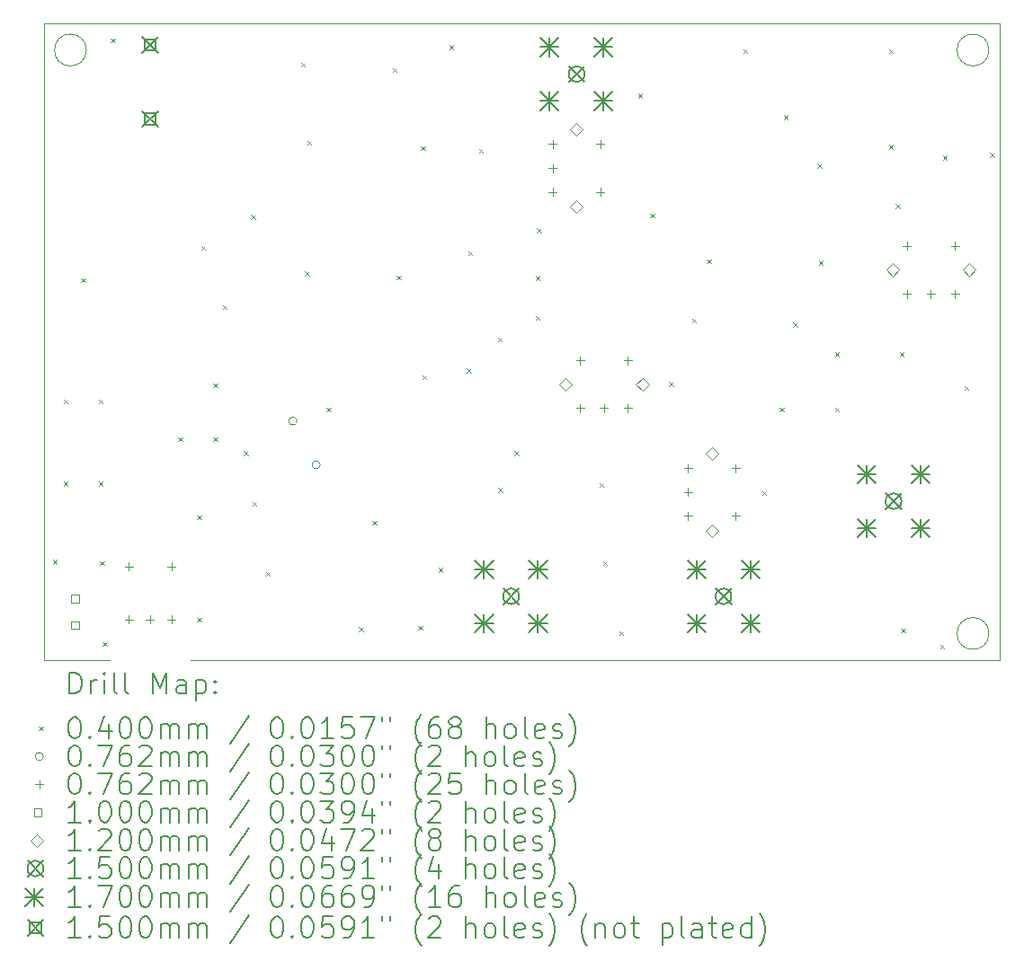
<source format=gbr>
%TF.GenerationSoftware,KiCad,Pcbnew,7.0.1-0*%
%TF.CreationDate,2023-03-21T20:23:16-04:00*%
%TF.ProjectId,Mixers,4d697865-7273-42e6-9b69-6361645f7063,rev?*%
%TF.SameCoordinates,PX2625a00PY3938700*%
%TF.FileFunction,Drillmap*%
%TF.FilePolarity,Positive*%
%FSLAX45Y45*%
G04 Gerber Fmt 4.5, Leading zero omitted, Abs format (unit mm)*
G04 Created by KiCad (PCBNEW 7.0.1-0) date 2023-03-21 20:23:16*
%MOMM*%
%LPD*%
G01*
G04 APERTURE LIST*
%ADD10C,0.100000*%
%ADD11C,0.200000*%
%ADD12C,0.040000*%
%ADD13C,0.076200*%
%ADD14C,0.120000*%
%ADD15C,0.150000*%
%ADD16C,0.170000*%
G04 APERTURE END LIST*
D10*
X0Y-6000000D02*
X0Y0D01*
X400000Y-250000D02*
G75*
G03*
X400000Y-250000I-150000J0D01*
G01*
X0Y0D02*
X9000000Y0D01*
X8900000Y-5750000D02*
G75*
G03*
X8900000Y-5750000I-150000J0D01*
G01*
X9000000Y0D02*
X9000000Y-6000000D01*
X9000000Y-6000000D02*
X1380000Y-6000000D01*
X620000Y-6000000D02*
X0Y-6000000D01*
X8900000Y-250000D02*
G75*
G03*
X8900000Y-250000I-150000J0D01*
G01*
D11*
D12*
X82100Y-5054400D02*
X122100Y-5094400D01*
X122100Y-5054400D02*
X82100Y-5094400D01*
X183700Y-3543100D02*
X223700Y-3583100D01*
X223700Y-3543100D02*
X183700Y-3583100D01*
X183700Y-4317800D02*
X223700Y-4357800D01*
X223700Y-4317800D02*
X183700Y-4357800D01*
X348800Y-2400100D02*
X388800Y-2440100D01*
X388800Y-2400100D02*
X348800Y-2440100D01*
X513900Y-3543100D02*
X553900Y-3583100D01*
X553900Y-3543100D02*
X513900Y-3583100D01*
X513900Y-4317800D02*
X553900Y-4357800D01*
X553900Y-4317800D02*
X513900Y-4357800D01*
X526600Y-5067100D02*
X566600Y-5107100D01*
X566600Y-5067100D02*
X526600Y-5107100D01*
X552000Y-5829100D02*
X592000Y-5869100D01*
X592000Y-5829100D02*
X552000Y-5869100D01*
X630000Y-140000D02*
X670000Y-180000D01*
X670000Y-140000D02*
X630000Y-180000D01*
X1263200Y-3898700D02*
X1303200Y-3938700D01*
X1303200Y-3898700D02*
X1263200Y-3938700D01*
X1441000Y-4635300D02*
X1481000Y-4675300D01*
X1481000Y-4635300D02*
X1441000Y-4675300D01*
X1441000Y-5600500D02*
X1481000Y-5640500D01*
X1481000Y-5600500D02*
X1441000Y-5640500D01*
X1479100Y-2095300D02*
X1519100Y-2135300D01*
X1519100Y-2095300D02*
X1479100Y-2135300D01*
X1593400Y-3390700D02*
X1633400Y-3430700D01*
X1633400Y-3390700D02*
X1593400Y-3430700D01*
X1593400Y-3898700D02*
X1633400Y-3938700D01*
X1633400Y-3898700D02*
X1593400Y-3938700D01*
X1682300Y-2654100D02*
X1722300Y-2694100D01*
X1722300Y-2654100D02*
X1682300Y-2694100D01*
X1880000Y-4030000D02*
X1920000Y-4070000D01*
X1920000Y-4030000D02*
X1880000Y-4070000D01*
X1949000Y-1803200D02*
X1989000Y-1843200D01*
X1989000Y-1803200D02*
X1949000Y-1843200D01*
X1961700Y-4508300D02*
X2001700Y-4548300D01*
X2001700Y-4508300D02*
X1961700Y-4548300D01*
X2088700Y-5168700D02*
X2128700Y-5208700D01*
X2128700Y-5168700D02*
X2088700Y-5208700D01*
X2418900Y-368100D02*
X2458900Y-408100D01*
X2458900Y-368100D02*
X2418900Y-408100D01*
X2457000Y-2336600D02*
X2497000Y-2376600D01*
X2497000Y-2336600D02*
X2457000Y-2376600D01*
X2480000Y-1104700D02*
X2520000Y-1144700D01*
X2520000Y-1104700D02*
X2480000Y-1144700D01*
X2660200Y-3619300D02*
X2700200Y-3659300D01*
X2700200Y-3619300D02*
X2660200Y-3659300D01*
X2965000Y-5689400D02*
X3005000Y-5729400D01*
X3005000Y-5689400D02*
X2965000Y-5729400D01*
X3092000Y-4686100D02*
X3132000Y-4726100D01*
X3132000Y-4686100D02*
X3092000Y-4726100D01*
X3282500Y-418900D02*
X3322500Y-458900D01*
X3322500Y-418900D02*
X3282500Y-458900D01*
X3320600Y-2374700D02*
X3360600Y-2414700D01*
X3360600Y-2374700D02*
X3320600Y-2414700D01*
X3523800Y-5676700D02*
X3563800Y-5716700D01*
X3563800Y-5676700D02*
X3523800Y-5716700D01*
X3549200Y-1155500D02*
X3589200Y-1195500D01*
X3589200Y-1155500D02*
X3549200Y-1195500D01*
X3561900Y-3314500D02*
X3601900Y-3354500D01*
X3601900Y-3314500D02*
X3561900Y-3354500D01*
X3714300Y-5130600D02*
X3754300Y-5170600D01*
X3754300Y-5130600D02*
X3714300Y-5170600D01*
X3815900Y-203000D02*
X3855900Y-243000D01*
X3855900Y-203000D02*
X3815900Y-243000D01*
X3981000Y-3251000D02*
X4021000Y-3291000D01*
X4021000Y-3251000D02*
X3981000Y-3291000D01*
X3993700Y-2146100D02*
X4033700Y-2186100D01*
X4033700Y-2146100D02*
X3993700Y-2186100D01*
X4095300Y-1180900D02*
X4135300Y-1220900D01*
X4135300Y-1180900D02*
X4095300Y-1220900D01*
X4273100Y-2958900D02*
X4313100Y-2998900D01*
X4313100Y-2958900D02*
X4273100Y-2998900D01*
X4280000Y-4380000D02*
X4320000Y-4420000D01*
X4320000Y-4380000D02*
X4280000Y-4420000D01*
X4430000Y-4030000D02*
X4470000Y-4070000D01*
X4470000Y-4030000D02*
X4430000Y-4070000D01*
X4628700Y-2755700D02*
X4668700Y-2795700D01*
X4668700Y-2755700D02*
X4628700Y-2795700D01*
X4630000Y-2380000D02*
X4670000Y-2420000D01*
X4670000Y-2380000D02*
X4630000Y-2420000D01*
X4641400Y-1930200D02*
X4681400Y-1970200D01*
X4681400Y-1930200D02*
X4641400Y-1970200D01*
X5230000Y-4330000D02*
X5270000Y-4370000D01*
X5270000Y-4330000D02*
X5230000Y-4370000D01*
X5263700Y-5067100D02*
X5303700Y-5107100D01*
X5303700Y-5067100D02*
X5263700Y-5107100D01*
X5416100Y-5727500D02*
X5456100Y-5767500D01*
X5456100Y-5727500D02*
X5416100Y-5767500D01*
X5593900Y-660200D02*
X5633900Y-700200D01*
X5633900Y-660200D02*
X5593900Y-700200D01*
X5708200Y-1790500D02*
X5748200Y-1830500D01*
X5748200Y-1790500D02*
X5708200Y-1830500D01*
X5886000Y-3378000D02*
X5926000Y-3418000D01*
X5926000Y-3378000D02*
X5886000Y-3418000D01*
X6101900Y-2781100D02*
X6141900Y-2821100D01*
X6141900Y-2781100D02*
X6101900Y-2821100D01*
X6241600Y-2222300D02*
X6281600Y-2262300D01*
X6281600Y-2222300D02*
X6241600Y-2262300D01*
X6584500Y-241100D02*
X6624500Y-281100D01*
X6624500Y-241100D02*
X6584500Y-281100D01*
X6762300Y-4406700D02*
X6802300Y-4446700D01*
X6802300Y-4406700D02*
X6762300Y-4446700D01*
X6927400Y-3619300D02*
X6967400Y-3659300D01*
X6967400Y-3619300D02*
X6927400Y-3659300D01*
X6965500Y-863400D02*
X7005500Y-903400D01*
X7005500Y-863400D02*
X6965500Y-903400D01*
X7054400Y-2819200D02*
X7094400Y-2859200D01*
X7094400Y-2819200D02*
X7054400Y-2859200D01*
X7283000Y-1320600D02*
X7323000Y-1360600D01*
X7323000Y-1320600D02*
X7283000Y-1360600D01*
X7295700Y-2235000D02*
X7335700Y-2275000D01*
X7335700Y-2235000D02*
X7295700Y-2275000D01*
X7448100Y-3098600D02*
X7488100Y-3138600D01*
X7488100Y-3098600D02*
X7448100Y-3138600D01*
X7448100Y-3619300D02*
X7488100Y-3659300D01*
X7488100Y-3619300D02*
X7448100Y-3659300D01*
X7956100Y-241100D02*
X7996100Y-281100D01*
X7996100Y-241100D02*
X7956100Y-281100D01*
X7956100Y-1142800D02*
X7996100Y-1182800D01*
X7996100Y-1142800D02*
X7956100Y-1182800D01*
X8019600Y-1701600D02*
X8059600Y-1741600D01*
X8059600Y-1701600D02*
X8019600Y-1741600D01*
X8057700Y-3098600D02*
X8097700Y-3138600D01*
X8097700Y-3098600D02*
X8057700Y-3138600D01*
X8070400Y-5702100D02*
X8110400Y-5742100D01*
X8110400Y-5702100D02*
X8070400Y-5742100D01*
X8438700Y-5854500D02*
X8478700Y-5894500D01*
X8478700Y-5854500D02*
X8438700Y-5894500D01*
X8464100Y-1244400D02*
X8504100Y-1284400D01*
X8504100Y-1244400D02*
X8464100Y-1284400D01*
X8667300Y-3416100D02*
X8707300Y-3456100D01*
X8707300Y-3416100D02*
X8667300Y-3456100D01*
X8908600Y-1219000D02*
X8948600Y-1259000D01*
X8948600Y-1219000D02*
X8908600Y-1259000D01*
D13*
X2382000Y-3747000D02*
G75*
G03*
X2382000Y-3747000I-38100J0D01*
G01*
X2602000Y-4160000D02*
G75*
G03*
X2602000Y-4160000I-38100J0D01*
G01*
X800000Y-5081900D02*
X800000Y-5158100D01*
X761900Y-5120000D02*
X838100Y-5120000D01*
X800000Y-5581900D02*
X800000Y-5658100D01*
X761900Y-5620000D02*
X838100Y-5620000D01*
X1000000Y-5581900D02*
X1000000Y-5658100D01*
X961900Y-5620000D02*
X1038100Y-5620000D01*
X1200000Y-5081900D02*
X1200000Y-5158100D01*
X1161900Y-5120000D02*
X1238100Y-5120000D01*
X1200000Y-5581900D02*
X1200000Y-5658100D01*
X1161900Y-5620000D02*
X1238100Y-5620000D01*
X4792000Y-1099000D02*
X4792000Y-1175200D01*
X4753900Y-1137100D02*
X4830100Y-1137100D01*
X4792000Y-1324000D02*
X4792000Y-1400200D01*
X4753900Y-1362100D02*
X4830100Y-1362100D01*
X4792000Y-1549000D02*
X4792000Y-1625200D01*
X4753900Y-1587100D02*
X4830100Y-1587100D01*
X5049600Y-3138500D02*
X5049600Y-3214700D01*
X5011500Y-3176600D02*
X5087700Y-3176600D01*
X5049600Y-3588500D02*
X5049600Y-3664700D01*
X5011500Y-3626600D02*
X5087700Y-3626600D01*
X5242000Y-1099000D02*
X5242000Y-1175200D01*
X5203900Y-1137100D02*
X5280100Y-1137100D01*
X5242000Y-1549000D02*
X5242000Y-1625200D01*
X5203900Y-1587100D02*
X5280100Y-1587100D01*
X5274600Y-3588500D02*
X5274600Y-3664700D01*
X5236500Y-3626600D02*
X5312700Y-3626600D01*
X5499600Y-3138500D02*
X5499600Y-3214700D01*
X5461500Y-3176600D02*
X5537700Y-3176600D01*
X5499600Y-3588500D02*
X5499600Y-3664700D01*
X5461500Y-3626600D02*
X5537700Y-3626600D01*
X6065600Y-4154500D02*
X6065600Y-4230700D01*
X6027500Y-4192600D02*
X6103700Y-4192600D01*
X6065600Y-4379500D02*
X6065600Y-4455700D01*
X6027500Y-4417600D02*
X6103700Y-4417600D01*
X6065600Y-4604500D02*
X6065600Y-4680700D01*
X6027500Y-4642600D02*
X6103700Y-4642600D01*
X6515600Y-4154500D02*
X6515600Y-4230700D01*
X6477500Y-4192600D02*
X6553700Y-4192600D01*
X6515600Y-4604500D02*
X6515600Y-4680700D01*
X6477500Y-4642600D02*
X6553700Y-4642600D01*
X8128500Y-2059300D02*
X8128500Y-2135500D01*
X8090400Y-2097400D02*
X8166600Y-2097400D01*
X8128500Y-2509300D02*
X8128500Y-2585500D01*
X8090400Y-2547400D02*
X8166600Y-2547400D01*
X8353500Y-2509300D02*
X8353500Y-2585500D01*
X8315400Y-2547400D02*
X8391600Y-2547400D01*
X8578500Y-2059300D02*
X8578500Y-2135500D01*
X8540400Y-2097400D02*
X8616600Y-2097400D01*
X8578500Y-2509300D02*
X8578500Y-2585500D01*
X8540400Y-2547400D02*
X8616600Y-2547400D01*
D10*
X327956Y-5456656D02*
X327956Y-5385944D01*
X257244Y-5385944D01*
X257244Y-5456656D01*
X327956Y-5456656D01*
X327956Y-5706656D02*
X327956Y-5635944D01*
X257244Y-5635944D01*
X257244Y-5706656D01*
X327956Y-5706656D01*
D14*
X4912600Y-3461600D02*
X4972600Y-3401600D01*
X4912600Y-3341600D01*
X4852600Y-3401600D01*
X4912600Y-3461600D01*
X5017000Y-1060100D02*
X5077000Y-1000100D01*
X5017000Y-940100D01*
X4957000Y-1000100D01*
X5017000Y-1060100D01*
X5017000Y-1784100D02*
X5077000Y-1724100D01*
X5017000Y-1664100D01*
X4957000Y-1724100D01*
X5017000Y-1784100D01*
X5636600Y-3461600D02*
X5696600Y-3401600D01*
X5636600Y-3341600D01*
X5576600Y-3401600D01*
X5636600Y-3461600D01*
X6290600Y-4115600D02*
X6350600Y-4055600D01*
X6290600Y-3995600D01*
X6230600Y-4055600D01*
X6290600Y-4115600D01*
X6290600Y-4839600D02*
X6350600Y-4779600D01*
X6290600Y-4719600D01*
X6230600Y-4779600D01*
X6290600Y-4839600D01*
X7991500Y-2382400D02*
X8051500Y-2322400D01*
X7991500Y-2262400D01*
X7931500Y-2322400D01*
X7991500Y-2382400D01*
X8715500Y-2382400D02*
X8775500Y-2322400D01*
X8715500Y-2262400D01*
X8655500Y-2322400D01*
X8715500Y-2382400D01*
D15*
X4325000Y-5325000D02*
X4475000Y-5475000D01*
X4475000Y-5325000D02*
X4325000Y-5475000D01*
X4475000Y-5400000D02*
G75*
G03*
X4475000Y-5400000I-75000J0D01*
G01*
X4942000Y-402000D02*
X5092000Y-552000D01*
X5092000Y-402000D02*
X4942000Y-552000D01*
X5092000Y-477000D02*
G75*
G03*
X5092000Y-477000I-75000J0D01*
G01*
X6325000Y-5325000D02*
X6475000Y-5475000D01*
X6475000Y-5325000D02*
X6325000Y-5475000D01*
X6475000Y-5400000D02*
G75*
G03*
X6475000Y-5400000I-75000J0D01*
G01*
X7926500Y-4427900D02*
X8076500Y-4577900D01*
X8076500Y-4427900D02*
X7926500Y-4577900D01*
X8076500Y-4502900D02*
G75*
G03*
X8076500Y-4502900I-75000J0D01*
G01*
D16*
X4061000Y-5061000D02*
X4231000Y-5231000D01*
X4231000Y-5061000D02*
X4061000Y-5231000D01*
X4146000Y-5061000D02*
X4146000Y-5231000D01*
X4061000Y-5146000D02*
X4231000Y-5146000D01*
X4061000Y-5569000D02*
X4231000Y-5739000D01*
X4231000Y-5569000D02*
X4061000Y-5739000D01*
X4146000Y-5569000D02*
X4146000Y-5739000D01*
X4061000Y-5654000D02*
X4231000Y-5654000D01*
X4569000Y-5061000D02*
X4739000Y-5231000D01*
X4739000Y-5061000D02*
X4569000Y-5231000D01*
X4654000Y-5061000D02*
X4654000Y-5231000D01*
X4569000Y-5146000D02*
X4739000Y-5146000D01*
X4569000Y-5569000D02*
X4739000Y-5739000D01*
X4739000Y-5569000D02*
X4569000Y-5739000D01*
X4654000Y-5569000D02*
X4654000Y-5739000D01*
X4569000Y-5654000D02*
X4739000Y-5654000D01*
X4678000Y-138000D02*
X4848000Y-308000D01*
X4848000Y-138000D02*
X4678000Y-308000D01*
X4763000Y-138000D02*
X4763000Y-308000D01*
X4678000Y-223000D02*
X4848000Y-223000D01*
X4678000Y-646000D02*
X4848000Y-816000D01*
X4848000Y-646000D02*
X4678000Y-816000D01*
X4763000Y-646000D02*
X4763000Y-816000D01*
X4678000Y-731000D02*
X4848000Y-731000D01*
X5186000Y-138000D02*
X5356000Y-308000D01*
X5356000Y-138000D02*
X5186000Y-308000D01*
X5271000Y-138000D02*
X5271000Y-308000D01*
X5186000Y-223000D02*
X5356000Y-223000D01*
X5186000Y-646000D02*
X5356000Y-816000D01*
X5356000Y-646000D02*
X5186000Y-816000D01*
X5271000Y-646000D02*
X5271000Y-816000D01*
X5186000Y-731000D02*
X5356000Y-731000D01*
X6061000Y-5061000D02*
X6231000Y-5231000D01*
X6231000Y-5061000D02*
X6061000Y-5231000D01*
X6146000Y-5061000D02*
X6146000Y-5231000D01*
X6061000Y-5146000D02*
X6231000Y-5146000D01*
X6061000Y-5569000D02*
X6231000Y-5739000D01*
X6231000Y-5569000D02*
X6061000Y-5739000D01*
X6146000Y-5569000D02*
X6146000Y-5739000D01*
X6061000Y-5654000D02*
X6231000Y-5654000D01*
X6569000Y-5061000D02*
X6739000Y-5231000D01*
X6739000Y-5061000D02*
X6569000Y-5231000D01*
X6654000Y-5061000D02*
X6654000Y-5231000D01*
X6569000Y-5146000D02*
X6739000Y-5146000D01*
X6569000Y-5569000D02*
X6739000Y-5739000D01*
X6739000Y-5569000D02*
X6569000Y-5739000D01*
X6654000Y-5569000D02*
X6654000Y-5739000D01*
X6569000Y-5654000D02*
X6739000Y-5654000D01*
X7662500Y-4163900D02*
X7832500Y-4333900D01*
X7832500Y-4163900D02*
X7662500Y-4333900D01*
X7747500Y-4163900D02*
X7747500Y-4333900D01*
X7662500Y-4248900D02*
X7832500Y-4248900D01*
X7662500Y-4671900D02*
X7832500Y-4841900D01*
X7832500Y-4671900D02*
X7662500Y-4841900D01*
X7747500Y-4671900D02*
X7747500Y-4841900D01*
X7662500Y-4756900D02*
X7832500Y-4756900D01*
X8170500Y-4163900D02*
X8340500Y-4333900D01*
X8340500Y-4163900D02*
X8170500Y-4333900D01*
X8255500Y-4163900D02*
X8255500Y-4333900D01*
X8170500Y-4248900D02*
X8340500Y-4248900D01*
X8170500Y-4671900D02*
X8340500Y-4841900D01*
X8340500Y-4671900D02*
X8170500Y-4841900D01*
X8255500Y-4671900D02*
X8255500Y-4841900D01*
X8170500Y-4756900D02*
X8340500Y-4756900D01*
D15*
X925000Y-125000D02*
X1075000Y-275000D01*
X1075000Y-125000D02*
X925000Y-275000D01*
X1053034Y-253033D02*
X1053034Y-146967D01*
X946966Y-146967D01*
X946966Y-253033D01*
X1053034Y-253033D01*
X925000Y-825000D02*
X1075000Y-975000D01*
X1075000Y-825000D02*
X925000Y-975000D01*
X1053034Y-953033D02*
X1053034Y-846966D01*
X946966Y-846966D01*
X946966Y-953033D01*
X1053034Y-953033D01*
D11*
X242619Y-6318524D02*
X242619Y-6118524D01*
X242619Y-6118524D02*
X290238Y-6118524D01*
X290238Y-6118524D02*
X318810Y-6128048D01*
X318810Y-6128048D02*
X337857Y-6147095D01*
X337857Y-6147095D02*
X347381Y-6166143D01*
X347381Y-6166143D02*
X356905Y-6204238D01*
X356905Y-6204238D02*
X356905Y-6232809D01*
X356905Y-6232809D02*
X347381Y-6270905D01*
X347381Y-6270905D02*
X337857Y-6289952D01*
X337857Y-6289952D02*
X318810Y-6309000D01*
X318810Y-6309000D02*
X290238Y-6318524D01*
X290238Y-6318524D02*
X242619Y-6318524D01*
X442619Y-6318524D02*
X442619Y-6185190D01*
X442619Y-6223286D02*
X452143Y-6204238D01*
X452143Y-6204238D02*
X461667Y-6194714D01*
X461667Y-6194714D02*
X480714Y-6185190D01*
X480714Y-6185190D02*
X499762Y-6185190D01*
X566429Y-6318524D02*
X566429Y-6185190D01*
X566429Y-6118524D02*
X556905Y-6128048D01*
X556905Y-6128048D02*
X566429Y-6137571D01*
X566429Y-6137571D02*
X575952Y-6128048D01*
X575952Y-6128048D02*
X566429Y-6118524D01*
X566429Y-6118524D02*
X566429Y-6137571D01*
X690238Y-6318524D02*
X671190Y-6309000D01*
X671190Y-6309000D02*
X661667Y-6289952D01*
X661667Y-6289952D02*
X661667Y-6118524D01*
X795000Y-6318524D02*
X775952Y-6309000D01*
X775952Y-6309000D02*
X766428Y-6289952D01*
X766428Y-6289952D02*
X766428Y-6118524D01*
X1023571Y-6318524D02*
X1023571Y-6118524D01*
X1023571Y-6118524D02*
X1090238Y-6261381D01*
X1090238Y-6261381D02*
X1156905Y-6118524D01*
X1156905Y-6118524D02*
X1156905Y-6318524D01*
X1337857Y-6318524D02*
X1337857Y-6213762D01*
X1337857Y-6213762D02*
X1328333Y-6194714D01*
X1328333Y-6194714D02*
X1309286Y-6185190D01*
X1309286Y-6185190D02*
X1271190Y-6185190D01*
X1271190Y-6185190D02*
X1252143Y-6194714D01*
X1337857Y-6309000D02*
X1318810Y-6318524D01*
X1318810Y-6318524D02*
X1271190Y-6318524D01*
X1271190Y-6318524D02*
X1252143Y-6309000D01*
X1252143Y-6309000D02*
X1242619Y-6289952D01*
X1242619Y-6289952D02*
X1242619Y-6270905D01*
X1242619Y-6270905D02*
X1252143Y-6251857D01*
X1252143Y-6251857D02*
X1271190Y-6242333D01*
X1271190Y-6242333D02*
X1318810Y-6242333D01*
X1318810Y-6242333D02*
X1337857Y-6232809D01*
X1433095Y-6185190D02*
X1433095Y-6385190D01*
X1433095Y-6194714D02*
X1452143Y-6185190D01*
X1452143Y-6185190D02*
X1490238Y-6185190D01*
X1490238Y-6185190D02*
X1509286Y-6194714D01*
X1509286Y-6194714D02*
X1518809Y-6204238D01*
X1518809Y-6204238D02*
X1528333Y-6223286D01*
X1528333Y-6223286D02*
X1528333Y-6280428D01*
X1528333Y-6280428D02*
X1518809Y-6299476D01*
X1518809Y-6299476D02*
X1509286Y-6309000D01*
X1509286Y-6309000D02*
X1490238Y-6318524D01*
X1490238Y-6318524D02*
X1452143Y-6318524D01*
X1452143Y-6318524D02*
X1433095Y-6309000D01*
X1614048Y-6299476D02*
X1623571Y-6309000D01*
X1623571Y-6309000D02*
X1614048Y-6318524D01*
X1614048Y-6318524D02*
X1604524Y-6309000D01*
X1604524Y-6309000D02*
X1614048Y-6299476D01*
X1614048Y-6299476D02*
X1614048Y-6318524D01*
X1614048Y-6194714D02*
X1623571Y-6204238D01*
X1623571Y-6204238D02*
X1614048Y-6213762D01*
X1614048Y-6213762D02*
X1604524Y-6204238D01*
X1604524Y-6204238D02*
X1614048Y-6194714D01*
X1614048Y-6194714D02*
X1614048Y-6213762D01*
D12*
X-45000Y-6626000D02*
X-5000Y-6666000D01*
X-5000Y-6626000D02*
X-45000Y-6666000D01*
D11*
X280714Y-6538524D02*
X299762Y-6538524D01*
X299762Y-6538524D02*
X318810Y-6548048D01*
X318810Y-6548048D02*
X328333Y-6557571D01*
X328333Y-6557571D02*
X337857Y-6576619D01*
X337857Y-6576619D02*
X347381Y-6614714D01*
X347381Y-6614714D02*
X347381Y-6662333D01*
X347381Y-6662333D02*
X337857Y-6700428D01*
X337857Y-6700428D02*
X328333Y-6719476D01*
X328333Y-6719476D02*
X318810Y-6729000D01*
X318810Y-6729000D02*
X299762Y-6738524D01*
X299762Y-6738524D02*
X280714Y-6738524D01*
X280714Y-6738524D02*
X261667Y-6729000D01*
X261667Y-6729000D02*
X252143Y-6719476D01*
X252143Y-6719476D02*
X242619Y-6700428D01*
X242619Y-6700428D02*
X233095Y-6662333D01*
X233095Y-6662333D02*
X233095Y-6614714D01*
X233095Y-6614714D02*
X242619Y-6576619D01*
X242619Y-6576619D02*
X252143Y-6557571D01*
X252143Y-6557571D02*
X261667Y-6548048D01*
X261667Y-6548048D02*
X280714Y-6538524D01*
X433095Y-6719476D02*
X442619Y-6729000D01*
X442619Y-6729000D02*
X433095Y-6738524D01*
X433095Y-6738524D02*
X423571Y-6729000D01*
X423571Y-6729000D02*
X433095Y-6719476D01*
X433095Y-6719476D02*
X433095Y-6738524D01*
X614048Y-6605190D02*
X614048Y-6738524D01*
X566429Y-6529000D02*
X518809Y-6671857D01*
X518809Y-6671857D02*
X642619Y-6671857D01*
X756905Y-6538524D02*
X775952Y-6538524D01*
X775952Y-6538524D02*
X795000Y-6548048D01*
X795000Y-6548048D02*
X804524Y-6557571D01*
X804524Y-6557571D02*
X814048Y-6576619D01*
X814048Y-6576619D02*
X823571Y-6614714D01*
X823571Y-6614714D02*
X823571Y-6662333D01*
X823571Y-6662333D02*
X814048Y-6700428D01*
X814048Y-6700428D02*
X804524Y-6719476D01*
X804524Y-6719476D02*
X795000Y-6729000D01*
X795000Y-6729000D02*
X775952Y-6738524D01*
X775952Y-6738524D02*
X756905Y-6738524D01*
X756905Y-6738524D02*
X737857Y-6729000D01*
X737857Y-6729000D02*
X728333Y-6719476D01*
X728333Y-6719476D02*
X718809Y-6700428D01*
X718809Y-6700428D02*
X709286Y-6662333D01*
X709286Y-6662333D02*
X709286Y-6614714D01*
X709286Y-6614714D02*
X718809Y-6576619D01*
X718809Y-6576619D02*
X728333Y-6557571D01*
X728333Y-6557571D02*
X737857Y-6548048D01*
X737857Y-6548048D02*
X756905Y-6538524D01*
X947381Y-6538524D02*
X966429Y-6538524D01*
X966429Y-6538524D02*
X985476Y-6548048D01*
X985476Y-6548048D02*
X995000Y-6557571D01*
X995000Y-6557571D02*
X1004524Y-6576619D01*
X1004524Y-6576619D02*
X1014048Y-6614714D01*
X1014048Y-6614714D02*
X1014048Y-6662333D01*
X1014048Y-6662333D02*
X1004524Y-6700428D01*
X1004524Y-6700428D02*
X995000Y-6719476D01*
X995000Y-6719476D02*
X985476Y-6729000D01*
X985476Y-6729000D02*
X966429Y-6738524D01*
X966429Y-6738524D02*
X947381Y-6738524D01*
X947381Y-6738524D02*
X928333Y-6729000D01*
X928333Y-6729000D02*
X918809Y-6719476D01*
X918809Y-6719476D02*
X909286Y-6700428D01*
X909286Y-6700428D02*
X899762Y-6662333D01*
X899762Y-6662333D02*
X899762Y-6614714D01*
X899762Y-6614714D02*
X909286Y-6576619D01*
X909286Y-6576619D02*
X918809Y-6557571D01*
X918809Y-6557571D02*
X928333Y-6548048D01*
X928333Y-6548048D02*
X947381Y-6538524D01*
X1099762Y-6738524D02*
X1099762Y-6605190D01*
X1099762Y-6624238D02*
X1109286Y-6614714D01*
X1109286Y-6614714D02*
X1128333Y-6605190D01*
X1128333Y-6605190D02*
X1156905Y-6605190D01*
X1156905Y-6605190D02*
X1175952Y-6614714D01*
X1175952Y-6614714D02*
X1185476Y-6633762D01*
X1185476Y-6633762D02*
X1185476Y-6738524D01*
X1185476Y-6633762D02*
X1195000Y-6614714D01*
X1195000Y-6614714D02*
X1214048Y-6605190D01*
X1214048Y-6605190D02*
X1242619Y-6605190D01*
X1242619Y-6605190D02*
X1261667Y-6614714D01*
X1261667Y-6614714D02*
X1271191Y-6633762D01*
X1271191Y-6633762D02*
X1271191Y-6738524D01*
X1366429Y-6738524D02*
X1366429Y-6605190D01*
X1366429Y-6624238D02*
X1375952Y-6614714D01*
X1375952Y-6614714D02*
X1395000Y-6605190D01*
X1395000Y-6605190D02*
X1423571Y-6605190D01*
X1423571Y-6605190D02*
X1442619Y-6614714D01*
X1442619Y-6614714D02*
X1452143Y-6633762D01*
X1452143Y-6633762D02*
X1452143Y-6738524D01*
X1452143Y-6633762D02*
X1461667Y-6614714D01*
X1461667Y-6614714D02*
X1480714Y-6605190D01*
X1480714Y-6605190D02*
X1509286Y-6605190D01*
X1509286Y-6605190D02*
X1528333Y-6614714D01*
X1528333Y-6614714D02*
X1537857Y-6633762D01*
X1537857Y-6633762D02*
X1537857Y-6738524D01*
X1928333Y-6529000D02*
X1756905Y-6786143D01*
X2185476Y-6538524D02*
X2204524Y-6538524D01*
X2204524Y-6538524D02*
X2223572Y-6548048D01*
X2223572Y-6548048D02*
X2233095Y-6557571D01*
X2233095Y-6557571D02*
X2242619Y-6576619D01*
X2242619Y-6576619D02*
X2252143Y-6614714D01*
X2252143Y-6614714D02*
X2252143Y-6662333D01*
X2252143Y-6662333D02*
X2242619Y-6700428D01*
X2242619Y-6700428D02*
X2233095Y-6719476D01*
X2233095Y-6719476D02*
X2223572Y-6729000D01*
X2223572Y-6729000D02*
X2204524Y-6738524D01*
X2204524Y-6738524D02*
X2185476Y-6738524D01*
X2185476Y-6738524D02*
X2166429Y-6729000D01*
X2166429Y-6729000D02*
X2156905Y-6719476D01*
X2156905Y-6719476D02*
X2147381Y-6700428D01*
X2147381Y-6700428D02*
X2137857Y-6662333D01*
X2137857Y-6662333D02*
X2137857Y-6614714D01*
X2137857Y-6614714D02*
X2147381Y-6576619D01*
X2147381Y-6576619D02*
X2156905Y-6557571D01*
X2156905Y-6557571D02*
X2166429Y-6548048D01*
X2166429Y-6548048D02*
X2185476Y-6538524D01*
X2337857Y-6719476D02*
X2347381Y-6729000D01*
X2347381Y-6729000D02*
X2337857Y-6738524D01*
X2337857Y-6738524D02*
X2328334Y-6729000D01*
X2328334Y-6729000D02*
X2337857Y-6719476D01*
X2337857Y-6719476D02*
X2337857Y-6738524D01*
X2471191Y-6538524D02*
X2490238Y-6538524D01*
X2490238Y-6538524D02*
X2509286Y-6548048D01*
X2509286Y-6548048D02*
X2518810Y-6557571D01*
X2518810Y-6557571D02*
X2528334Y-6576619D01*
X2528334Y-6576619D02*
X2537857Y-6614714D01*
X2537857Y-6614714D02*
X2537857Y-6662333D01*
X2537857Y-6662333D02*
X2528334Y-6700428D01*
X2528334Y-6700428D02*
X2518810Y-6719476D01*
X2518810Y-6719476D02*
X2509286Y-6729000D01*
X2509286Y-6729000D02*
X2490238Y-6738524D01*
X2490238Y-6738524D02*
X2471191Y-6738524D01*
X2471191Y-6738524D02*
X2452143Y-6729000D01*
X2452143Y-6729000D02*
X2442619Y-6719476D01*
X2442619Y-6719476D02*
X2433095Y-6700428D01*
X2433095Y-6700428D02*
X2423572Y-6662333D01*
X2423572Y-6662333D02*
X2423572Y-6614714D01*
X2423572Y-6614714D02*
X2433095Y-6576619D01*
X2433095Y-6576619D02*
X2442619Y-6557571D01*
X2442619Y-6557571D02*
X2452143Y-6548048D01*
X2452143Y-6548048D02*
X2471191Y-6538524D01*
X2728334Y-6738524D02*
X2614048Y-6738524D01*
X2671191Y-6738524D02*
X2671191Y-6538524D01*
X2671191Y-6538524D02*
X2652143Y-6567095D01*
X2652143Y-6567095D02*
X2633095Y-6586143D01*
X2633095Y-6586143D02*
X2614048Y-6595667D01*
X2909286Y-6538524D02*
X2814048Y-6538524D01*
X2814048Y-6538524D02*
X2804524Y-6633762D01*
X2804524Y-6633762D02*
X2814048Y-6624238D01*
X2814048Y-6624238D02*
X2833095Y-6614714D01*
X2833095Y-6614714D02*
X2880714Y-6614714D01*
X2880714Y-6614714D02*
X2899762Y-6624238D01*
X2899762Y-6624238D02*
X2909286Y-6633762D01*
X2909286Y-6633762D02*
X2918810Y-6652809D01*
X2918810Y-6652809D02*
X2918810Y-6700428D01*
X2918810Y-6700428D02*
X2909286Y-6719476D01*
X2909286Y-6719476D02*
X2899762Y-6729000D01*
X2899762Y-6729000D02*
X2880714Y-6738524D01*
X2880714Y-6738524D02*
X2833095Y-6738524D01*
X2833095Y-6738524D02*
X2814048Y-6729000D01*
X2814048Y-6729000D02*
X2804524Y-6719476D01*
X2985476Y-6538524D02*
X3118810Y-6538524D01*
X3118810Y-6538524D02*
X3033095Y-6738524D01*
X3185476Y-6538524D02*
X3185476Y-6576619D01*
X3261667Y-6538524D02*
X3261667Y-6576619D01*
X3556905Y-6814714D02*
X3547381Y-6805190D01*
X3547381Y-6805190D02*
X3528334Y-6776619D01*
X3528334Y-6776619D02*
X3518810Y-6757571D01*
X3518810Y-6757571D02*
X3509286Y-6729000D01*
X3509286Y-6729000D02*
X3499762Y-6681381D01*
X3499762Y-6681381D02*
X3499762Y-6643286D01*
X3499762Y-6643286D02*
X3509286Y-6595667D01*
X3509286Y-6595667D02*
X3518810Y-6567095D01*
X3518810Y-6567095D02*
X3528334Y-6548048D01*
X3528334Y-6548048D02*
X3547381Y-6519476D01*
X3547381Y-6519476D02*
X3556905Y-6509952D01*
X3718810Y-6538524D02*
X3680714Y-6538524D01*
X3680714Y-6538524D02*
X3661667Y-6548048D01*
X3661667Y-6548048D02*
X3652143Y-6557571D01*
X3652143Y-6557571D02*
X3633095Y-6586143D01*
X3633095Y-6586143D02*
X3623572Y-6624238D01*
X3623572Y-6624238D02*
X3623572Y-6700428D01*
X3623572Y-6700428D02*
X3633095Y-6719476D01*
X3633095Y-6719476D02*
X3642619Y-6729000D01*
X3642619Y-6729000D02*
X3661667Y-6738524D01*
X3661667Y-6738524D02*
X3699762Y-6738524D01*
X3699762Y-6738524D02*
X3718810Y-6729000D01*
X3718810Y-6729000D02*
X3728334Y-6719476D01*
X3728334Y-6719476D02*
X3737857Y-6700428D01*
X3737857Y-6700428D02*
X3737857Y-6652809D01*
X3737857Y-6652809D02*
X3728334Y-6633762D01*
X3728334Y-6633762D02*
X3718810Y-6624238D01*
X3718810Y-6624238D02*
X3699762Y-6614714D01*
X3699762Y-6614714D02*
X3661667Y-6614714D01*
X3661667Y-6614714D02*
X3642619Y-6624238D01*
X3642619Y-6624238D02*
X3633095Y-6633762D01*
X3633095Y-6633762D02*
X3623572Y-6652809D01*
X3852143Y-6624238D02*
X3833095Y-6614714D01*
X3833095Y-6614714D02*
X3823572Y-6605190D01*
X3823572Y-6605190D02*
X3814048Y-6586143D01*
X3814048Y-6586143D02*
X3814048Y-6576619D01*
X3814048Y-6576619D02*
X3823572Y-6557571D01*
X3823572Y-6557571D02*
X3833095Y-6548048D01*
X3833095Y-6548048D02*
X3852143Y-6538524D01*
X3852143Y-6538524D02*
X3890238Y-6538524D01*
X3890238Y-6538524D02*
X3909286Y-6548048D01*
X3909286Y-6548048D02*
X3918810Y-6557571D01*
X3918810Y-6557571D02*
X3928334Y-6576619D01*
X3928334Y-6576619D02*
X3928334Y-6586143D01*
X3928334Y-6586143D02*
X3918810Y-6605190D01*
X3918810Y-6605190D02*
X3909286Y-6614714D01*
X3909286Y-6614714D02*
X3890238Y-6624238D01*
X3890238Y-6624238D02*
X3852143Y-6624238D01*
X3852143Y-6624238D02*
X3833095Y-6633762D01*
X3833095Y-6633762D02*
X3823572Y-6643286D01*
X3823572Y-6643286D02*
X3814048Y-6662333D01*
X3814048Y-6662333D02*
X3814048Y-6700428D01*
X3814048Y-6700428D02*
X3823572Y-6719476D01*
X3823572Y-6719476D02*
X3833095Y-6729000D01*
X3833095Y-6729000D02*
X3852143Y-6738524D01*
X3852143Y-6738524D02*
X3890238Y-6738524D01*
X3890238Y-6738524D02*
X3909286Y-6729000D01*
X3909286Y-6729000D02*
X3918810Y-6719476D01*
X3918810Y-6719476D02*
X3928334Y-6700428D01*
X3928334Y-6700428D02*
X3928334Y-6662333D01*
X3928334Y-6662333D02*
X3918810Y-6643286D01*
X3918810Y-6643286D02*
X3909286Y-6633762D01*
X3909286Y-6633762D02*
X3890238Y-6624238D01*
X4166429Y-6738524D02*
X4166429Y-6538524D01*
X4252143Y-6738524D02*
X4252143Y-6633762D01*
X4252143Y-6633762D02*
X4242619Y-6614714D01*
X4242619Y-6614714D02*
X4223572Y-6605190D01*
X4223572Y-6605190D02*
X4195000Y-6605190D01*
X4195000Y-6605190D02*
X4175953Y-6614714D01*
X4175953Y-6614714D02*
X4166429Y-6624238D01*
X4375953Y-6738524D02*
X4356905Y-6729000D01*
X4356905Y-6729000D02*
X4347381Y-6719476D01*
X4347381Y-6719476D02*
X4337858Y-6700428D01*
X4337858Y-6700428D02*
X4337858Y-6643286D01*
X4337858Y-6643286D02*
X4347381Y-6624238D01*
X4347381Y-6624238D02*
X4356905Y-6614714D01*
X4356905Y-6614714D02*
X4375953Y-6605190D01*
X4375953Y-6605190D02*
X4404524Y-6605190D01*
X4404524Y-6605190D02*
X4423572Y-6614714D01*
X4423572Y-6614714D02*
X4433096Y-6624238D01*
X4433096Y-6624238D02*
X4442619Y-6643286D01*
X4442619Y-6643286D02*
X4442619Y-6700428D01*
X4442619Y-6700428D02*
X4433096Y-6719476D01*
X4433096Y-6719476D02*
X4423572Y-6729000D01*
X4423572Y-6729000D02*
X4404524Y-6738524D01*
X4404524Y-6738524D02*
X4375953Y-6738524D01*
X4556905Y-6738524D02*
X4537858Y-6729000D01*
X4537858Y-6729000D02*
X4528334Y-6709952D01*
X4528334Y-6709952D02*
X4528334Y-6538524D01*
X4709286Y-6729000D02*
X4690239Y-6738524D01*
X4690239Y-6738524D02*
X4652143Y-6738524D01*
X4652143Y-6738524D02*
X4633096Y-6729000D01*
X4633096Y-6729000D02*
X4623572Y-6709952D01*
X4623572Y-6709952D02*
X4623572Y-6633762D01*
X4623572Y-6633762D02*
X4633096Y-6614714D01*
X4633096Y-6614714D02*
X4652143Y-6605190D01*
X4652143Y-6605190D02*
X4690239Y-6605190D01*
X4690239Y-6605190D02*
X4709286Y-6614714D01*
X4709286Y-6614714D02*
X4718810Y-6633762D01*
X4718810Y-6633762D02*
X4718810Y-6652809D01*
X4718810Y-6652809D02*
X4623572Y-6671857D01*
X4795000Y-6729000D02*
X4814048Y-6738524D01*
X4814048Y-6738524D02*
X4852143Y-6738524D01*
X4852143Y-6738524D02*
X4871191Y-6729000D01*
X4871191Y-6729000D02*
X4880715Y-6709952D01*
X4880715Y-6709952D02*
X4880715Y-6700428D01*
X4880715Y-6700428D02*
X4871191Y-6681381D01*
X4871191Y-6681381D02*
X4852143Y-6671857D01*
X4852143Y-6671857D02*
X4823572Y-6671857D01*
X4823572Y-6671857D02*
X4804524Y-6662333D01*
X4804524Y-6662333D02*
X4795000Y-6643286D01*
X4795000Y-6643286D02*
X4795000Y-6633762D01*
X4795000Y-6633762D02*
X4804524Y-6614714D01*
X4804524Y-6614714D02*
X4823572Y-6605190D01*
X4823572Y-6605190D02*
X4852143Y-6605190D01*
X4852143Y-6605190D02*
X4871191Y-6614714D01*
X4947381Y-6814714D02*
X4956905Y-6805190D01*
X4956905Y-6805190D02*
X4975953Y-6776619D01*
X4975953Y-6776619D02*
X4985477Y-6757571D01*
X4985477Y-6757571D02*
X4995000Y-6729000D01*
X4995000Y-6729000D02*
X5004524Y-6681381D01*
X5004524Y-6681381D02*
X5004524Y-6643286D01*
X5004524Y-6643286D02*
X4995000Y-6595667D01*
X4995000Y-6595667D02*
X4985477Y-6567095D01*
X4985477Y-6567095D02*
X4975953Y-6548048D01*
X4975953Y-6548048D02*
X4956905Y-6519476D01*
X4956905Y-6519476D02*
X4947381Y-6509952D01*
D13*
X-5000Y-6910000D02*
G75*
G03*
X-5000Y-6910000I-38100J0D01*
G01*
D11*
X280714Y-6802524D02*
X299762Y-6802524D01*
X299762Y-6802524D02*
X318810Y-6812048D01*
X318810Y-6812048D02*
X328333Y-6821571D01*
X328333Y-6821571D02*
X337857Y-6840619D01*
X337857Y-6840619D02*
X347381Y-6878714D01*
X347381Y-6878714D02*
X347381Y-6926333D01*
X347381Y-6926333D02*
X337857Y-6964428D01*
X337857Y-6964428D02*
X328333Y-6983476D01*
X328333Y-6983476D02*
X318810Y-6993000D01*
X318810Y-6993000D02*
X299762Y-7002524D01*
X299762Y-7002524D02*
X280714Y-7002524D01*
X280714Y-7002524D02*
X261667Y-6993000D01*
X261667Y-6993000D02*
X252143Y-6983476D01*
X252143Y-6983476D02*
X242619Y-6964428D01*
X242619Y-6964428D02*
X233095Y-6926333D01*
X233095Y-6926333D02*
X233095Y-6878714D01*
X233095Y-6878714D02*
X242619Y-6840619D01*
X242619Y-6840619D02*
X252143Y-6821571D01*
X252143Y-6821571D02*
X261667Y-6812048D01*
X261667Y-6812048D02*
X280714Y-6802524D01*
X433095Y-6983476D02*
X442619Y-6993000D01*
X442619Y-6993000D02*
X433095Y-7002524D01*
X433095Y-7002524D02*
X423571Y-6993000D01*
X423571Y-6993000D02*
X433095Y-6983476D01*
X433095Y-6983476D02*
X433095Y-7002524D01*
X509286Y-6802524D02*
X642619Y-6802524D01*
X642619Y-6802524D02*
X556905Y-7002524D01*
X804524Y-6802524D02*
X766428Y-6802524D01*
X766428Y-6802524D02*
X747381Y-6812048D01*
X747381Y-6812048D02*
X737857Y-6821571D01*
X737857Y-6821571D02*
X718809Y-6850143D01*
X718809Y-6850143D02*
X709286Y-6888238D01*
X709286Y-6888238D02*
X709286Y-6964428D01*
X709286Y-6964428D02*
X718809Y-6983476D01*
X718809Y-6983476D02*
X728333Y-6993000D01*
X728333Y-6993000D02*
X747381Y-7002524D01*
X747381Y-7002524D02*
X785476Y-7002524D01*
X785476Y-7002524D02*
X804524Y-6993000D01*
X804524Y-6993000D02*
X814048Y-6983476D01*
X814048Y-6983476D02*
X823571Y-6964428D01*
X823571Y-6964428D02*
X823571Y-6916809D01*
X823571Y-6916809D02*
X814048Y-6897762D01*
X814048Y-6897762D02*
X804524Y-6888238D01*
X804524Y-6888238D02*
X785476Y-6878714D01*
X785476Y-6878714D02*
X747381Y-6878714D01*
X747381Y-6878714D02*
X728333Y-6888238D01*
X728333Y-6888238D02*
X718809Y-6897762D01*
X718809Y-6897762D02*
X709286Y-6916809D01*
X899762Y-6821571D02*
X909286Y-6812048D01*
X909286Y-6812048D02*
X928333Y-6802524D01*
X928333Y-6802524D02*
X975952Y-6802524D01*
X975952Y-6802524D02*
X995000Y-6812048D01*
X995000Y-6812048D02*
X1004524Y-6821571D01*
X1004524Y-6821571D02*
X1014048Y-6840619D01*
X1014048Y-6840619D02*
X1014048Y-6859667D01*
X1014048Y-6859667D02*
X1004524Y-6888238D01*
X1004524Y-6888238D02*
X890238Y-7002524D01*
X890238Y-7002524D02*
X1014048Y-7002524D01*
X1099762Y-7002524D02*
X1099762Y-6869190D01*
X1099762Y-6888238D02*
X1109286Y-6878714D01*
X1109286Y-6878714D02*
X1128333Y-6869190D01*
X1128333Y-6869190D02*
X1156905Y-6869190D01*
X1156905Y-6869190D02*
X1175952Y-6878714D01*
X1175952Y-6878714D02*
X1185476Y-6897762D01*
X1185476Y-6897762D02*
X1185476Y-7002524D01*
X1185476Y-6897762D02*
X1195000Y-6878714D01*
X1195000Y-6878714D02*
X1214048Y-6869190D01*
X1214048Y-6869190D02*
X1242619Y-6869190D01*
X1242619Y-6869190D02*
X1261667Y-6878714D01*
X1261667Y-6878714D02*
X1271191Y-6897762D01*
X1271191Y-6897762D02*
X1271191Y-7002524D01*
X1366429Y-7002524D02*
X1366429Y-6869190D01*
X1366429Y-6888238D02*
X1375952Y-6878714D01*
X1375952Y-6878714D02*
X1395000Y-6869190D01*
X1395000Y-6869190D02*
X1423571Y-6869190D01*
X1423571Y-6869190D02*
X1442619Y-6878714D01*
X1442619Y-6878714D02*
X1452143Y-6897762D01*
X1452143Y-6897762D02*
X1452143Y-7002524D01*
X1452143Y-6897762D02*
X1461667Y-6878714D01*
X1461667Y-6878714D02*
X1480714Y-6869190D01*
X1480714Y-6869190D02*
X1509286Y-6869190D01*
X1509286Y-6869190D02*
X1528333Y-6878714D01*
X1528333Y-6878714D02*
X1537857Y-6897762D01*
X1537857Y-6897762D02*
X1537857Y-7002524D01*
X1928333Y-6793000D02*
X1756905Y-7050143D01*
X2185476Y-6802524D02*
X2204524Y-6802524D01*
X2204524Y-6802524D02*
X2223572Y-6812048D01*
X2223572Y-6812048D02*
X2233095Y-6821571D01*
X2233095Y-6821571D02*
X2242619Y-6840619D01*
X2242619Y-6840619D02*
X2252143Y-6878714D01*
X2252143Y-6878714D02*
X2252143Y-6926333D01*
X2252143Y-6926333D02*
X2242619Y-6964428D01*
X2242619Y-6964428D02*
X2233095Y-6983476D01*
X2233095Y-6983476D02*
X2223572Y-6993000D01*
X2223572Y-6993000D02*
X2204524Y-7002524D01*
X2204524Y-7002524D02*
X2185476Y-7002524D01*
X2185476Y-7002524D02*
X2166429Y-6993000D01*
X2166429Y-6993000D02*
X2156905Y-6983476D01*
X2156905Y-6983476D02*
X2147381Y-6964428D01*
X2147381Y-6964428D02*
X2137857Y-6926333D01*
X2137857Y-6926333D02*
X2137857Y-6878714D01*
X2137857Y-6878714D02*
X2147381Y-6840619D01*
X2147381Y-6840619D02*
X2156905Y-6821571D01*
X2156905Y-6821571D02*
X2166429Y-6812048D01*
X2166429Y-6812048D02*
X2185476Y-6802524D01*
X2337857Y-6983476D02*
X2347381Y-6993000D01*
X2347381Y-6993000D02*
X2337857Y-7002524D01*
X2337857Y-7002524D02*
X2328334Y-6993000D01*
X2328334Y-6993000D02*
X2337857Y-6983476D01*
X2337857Y-6983476D02*
X2337857Y-7002524D01*
X2471191Y-6802524D02*
X2490238Y-6802524D01*
X2490238Y-6802524D02*
X2509286Y-6812048D01*
X2509286Y-6812048D02*
X2518810Y-6821571D01*
X2518810Y-6821571D02*
X2528334Y-6840619D01*
X2528334Y-6840619D02*
X2537857Y-6878714D01*
X2537857Y-6878714D02*
X2537857Y-6926333D01*
X2537857Y-6926333D02*
X2528334Y-6964428D01*
X2528334Y-6964428D02*
X2518810Y-6983476D01*
X2518810Y-6983476D02*
X2509286Y-6993000D01*
X2509286Y-6993000D02*
X2490238Y-7002524D01*
X2490238Y-7002524D02*
X2471191Y-7002524D01*
X2471191Y-7002524D02*
X2452143Y-6993000D01*
X2452143Y-6993000D02*
X2442619Y-6983476D01*
X2442619Y-6983476D02*
X2433095Y-6964428D01*
X2433095Y-6964428D02*
X2423572Y-6926333D01*
X2423572Y-6926333D02*
X2423572Y-6878714D01*
X2423572Y-6878714D02*
X2433095Y-6840619D01*
X2433095Y-6840619D02*
X2442619Y-6821571D01*
X2442619Y-6821571D02*
X2452143Y-6812048D01*
X2452143Y-6812048D02*
X2471191Y-6802524D01*
X2604524Y-6802524D02*
X2728334Y-6802524D01*
X2728334Y-6802524D02*
X2661667Y-6878714D01*
X2661667Y-6878714D02*
X2690238Y-6878714D01*
X2690238Y-6878714D02*
X2709286Y-6888238D01*
X2709286Y-6888238D02*
X2718810Y-6897762D01*
X2718810Y-6897762D02*
X2728334Y-6916809D01*
X2728334Y-6916809D02*
X2728334Y-6964428D01*
X2728334Y-6964428D02*
X2718810Y-6983476D01*
X2718810Y-6983476D02*
X2709286Y-6993000D01*
X2709286Y-6993000D02*
X2690238Y-7002524D01*
X2690238Y-7002524D02*
X2633095Y-7002524D01*
X2633095Y-7002524D02*
X2614048Y-6993000D01*
X2614048Y-6993000D02*
X2604524Y-6983476D01*
X2852143Y-6802524D02*
X2871191Y-6802524D01*
X2871191Y-6802524D02*
X2890238Y-6812048D01*
X2890238Y-6812048D02*
X2899762Y-6821571D01*
X2899762Y-6821571D02*
X2909286Y-6840619D01*
X2909286Y-6840619D02*
X2918810Y-6878714D01*
X2918810Y-6878714D02*
X2918810Y-6926333D01*
X2918810Y-6926333D02*
X2909286Y-6964428D01*
X2909286Y-6964428D02*
X2899762Y-6983476D01*
X2899762Y-6983476D02*
X2890238Y-6993000D01*
X2890238Y-6993000D02*
X2871191Y-7002524D01*
X2871191Y-7002524D02*
X2852143Y-7002524D01*
X2852143Y-7002524D02*
X2833095Y-6993000D01*
X2833095Y-6993000D02*
X2823572Y-6983476D01*
X2823572Y-6983476D02*
X2814048Y-6964428D01*
X2814048Y-6964428D02*
X2804524Y-6926333D01*
X2804524Y-6926333D02*
X2804524Y-6878714D01*
X2804524Y-6878714D02*
X2814048Y-6840619D01*
X2814048Y-6840619D02*
X2823572Y-6821571D01*
X2823572Y-6821571D02*
X2833095Y-6812048D01*
X2833095Y-6812048D02*
X2852143Y-6802524D01*
X3042619Y-6802524D02*
X3061667Y-6802524D01*
X3061667Y-6802524D02*
X3080714Y-6812048D01*
X3080714Y-6812048D02*
X3090238Y-6821571D01*
X3090238Y-6821571D02*
X3099762Y-6840619D01*
X3099762Y-6840619D02*
X3109286Y-6878714D01*
X3109286Y-6878714D02*
X3109286Y-6926333D01*
X3109286Y-6926333D02*
X3099762Y-6964428D01*
X3099762Y-6964428D02*
X3090238Y-6983476D01*
X3090238Y-6983476D02*
X3080714Y-6993000D01*
X3080714Y-6993000D02*
X3061667Y-7002524D01*
X3061667Y-7002524D02*
X3042619Y-7002524D01*
X3042619Y-7002524D02*
X3023572Y-6993000D01*
X3023572Y-6993000D02*
X3014048Y-6983476D01*
X3014048Y-6983476D02*
X3004524Y-6964428D01*
X3004524Y-6964428D02*
X2995000Y-6926333D01*
X2995000Y-6926333D02*
X2995000Y-6878714D01*
X2995000Y-6878714D02*
X3004524Y-6840619D01*
X3004524Y-6840619D02*
X3014048Y-6821571D01*
X3014048Y-6821571D02*
X3023572Y-6812048D01*
X3023572Y-6812048D02*
X3042619Y-6802524D01*
X3185476Y-6802524D02*
X3185476Y-6840619D01*
X3261667Y-6802524D02*
X3261667Y-6840619D01*
X3556905Y-7078714D02*
X3547381Y-7069190D01*
X3547381Y-7069190D02*
X3528334Y-7040619D01*
X3528334Y-7040619D02*
X3518810Y-7021571D01*
X3518810Y-7021571D02*
X3509286Y-6993000D01*
X3509286Y-6993000D02*
X3499762Y-6945381D01*
X3499762Y-6945381D02*
X3499762Y-6907286D01*
X3499762Y-6907286D02*
X3509286Y-6859667D01*
X3509286Y-6859667D02*
X3518810Y-6831095D01*
X3518810Y-6831095D02*
X3528334Y-6812048D01*
X3528334Y-6812048D02*
X3547381Y-6783476D01*
X3547381Y-6783476D02*
X3556905Y-6773952D01*
X3623572Y-6821571D02*
X3633095Y-6812048D01*
X3633095Y-6812048D02*
X3652143Y-6802524D01*
X3652143Y-6802524D02*
X3699762Y-6802524D01*
X3699762Y-6802524D02*
X3718810Y-6812048D01*
X3718810Y-6812048D02*
X3728334Y-6821571D01*
X3728334Y-6821571D02*
X3737857Y-6840619D01*
X3737857Y-6840619D02*
X3737857Y-6859667D01*
X3737857Y-6859667D02*
X3728334Y-6888238D01*
X3728334Y-6888238D02*
X3614048Y-7002524D01*
X3614048Y-7002524D02*
X3737857Y-7002524D01*
X3975953Y-7002524D02*
X3975953Y-6802524D01*
X4061667Y-7002524D02*
X4061667Y-6897762D01*
X4061667Y-6897762D02*
X4052143Y-6878714D01*
X4052143Y-6878714D02*
X4033096Y-6869190D01*
X4033096Y-6869190D02*
X4004524Y-6869190D01*
X4004524Y-6869190D02*
X3985476Y-6878714D01*
X3985476Y-6878714D02*
X3975953Y-6888238D01*
X4185476Y-7002524D02*
X4166429Y-6993000D01*
X4166429Y-6993000D02*
X4156905Y-6983476D01*
X4156905Y-6983476D02*
X4147381Y-6964428D01*
X4147381Y-6964428D02*
X4147381Y-6907286D01*
X4147381Y-6907286D02*
X4156905Y-6888238D01*
X4156905Y-6888238D02*
X4166429Y-6878714D01*
X4166429Y-6878714D02*
X4185476Y-6869190D01*
X4185476Y-6869190D02*
X4214048Y-6869190D01*
X4214048Y-6869190D02*
X4233096Y-6878714D01*
X4233096Y-6878714D02*
X4242619Y-6888238D01*
X4242619Y-6888238D02*
X4252143Y-6907286D01*
X4252143Y-6907286D02*
X4252143Y-6964428D01*
X4252143Y-6964428D02*
X4242619Y-6983476D01*
X4242619Y-6983476D02*
X4233096Y-6993000D01*
X4233096Y-6993000D02*
X4214048Y-7002524D01*
X4214048Y-7002524D02*
X4185476Y-7002524D01*
X4366429Y-7002524D02*
X4347381Y-6993000D01*
X4347381Y-6993000D02*
X4337858Y-6973952D01*
X4337858Y-6973952D02*
X4337858Y-6802524D01*
X4518810Y-6993000D02*
X4499762Y-7002524D01*
X4499762Y-7002524D02*
X4461667Y-7002524D01*
X4461667Y-7002524D02*
X4442619Y-6993000D01*
X4442619Y-6993000D02*
X4433096Y-6973952D01*
X4433096Y-6973952D02*
X4433096Y-6897762D01*
X4433096Y-6897762D02*
X4442619Y-6878714D01*
X4442619Y-6878714D02*
X4461667Y-6869190D01*
X4461667Y-6869190D02*
X4499762Y-6869190D01*
X4499762Y-6869190D02*
X4518810Y-6878714D01*
X4518810Y-6878714D02*
X4528334Y-6897762D01*
X4528334Y-6897762D02*
X4528334Y-6916809D01*
X4528334Y-6916809D02*
X4433096Y-6935857D01*
X4604524Y-6993000D02*
X4623572Y-7002524D01*
X4623572Y-7002524D02*
X4661667Y-7002524D01*
X4661667Y-7002524D02*
X4680715Y-6993000D01*
X4680715Y-6993000D02*
X4690239Y-6973952D01*
X4690239Y-6973952D02*
X4690239Y-6964428D01*
X4690239Y-6964428D02*
X4680715Y-6945381D01*
X4680715Y-6945381D02*
X4661667Y-6935857D01*
X4661667Y-6935857D02*
X4633096Y-6935857D01*
X4633096Y-6935857D02*
X4614048Y-6926333D01*
X4614048Y-6926333D02*
X4604524Y-6907286D01*
X4604524Y-6907286D02*
X4604524Y-6897762D01*
X4604524Y-6897762D02*
X4614048Y-6878714D01*
X4614048Y-6878714D02*
X4633096Y-6869190D01*
X4633096Y-6869190D02*
X4661667Y-6869190D01*
X4661667Y-6869190D02*
X4680715Y-6878714D01*
X4756905Y-7078714D02*
X4766429Y-7069190D01*
X4766429Y-7069190D02*
X4785477Y-7040619D01*
X4785477Y-7040619D02*
X4795000Y-7021571D01*
X4795000Y-7021571D02*
X4804524Y-6993000D01*
X4804524Y-6993000D02*
X4814048Y-6945381D01*
X4814048Y-6945381D02*
X4814048Y-6907286D01*
X4814048Y-6907286D02*
X4804524Y-6859667D01*
X4804524Y-6859667D02*
X4795000Y-6831095D01*
X4795000Y-6831095D02*
X4785477Y-6812048D01*
X4785477Y-6812048D02*
X4766429Y-6783476D01*
X4766429Y-6783476D02*
X4756905Y-6773952D01*
D13*
X-43100Y-7135900D02*
X-43100Y-7212100D01*
X-81200Y-7174000D02*
X-5000Y-7174000D01*
D11*
X280714Y-7066524D02*
X299762Y-7066524D01*
X299762Y-7066524D02*
X318810Y-7076048D01*
X318810Y-7076048D02*
X328333Y-7085571D01*
X328333Y-7085571D02*
X337857Y-7104619D01*
X337857Y-7104619D02*
X347381Y-7142714D01*
X347381Y-7142714D02*
X347381Y-7190333D01*
X347381Y-7190333D02*
X337857Y-7228428D01*
X337857Y-7228428D02*
X328333Y-7247476D01*
X328333Y-7247476D02*
X318810Y-7257000D01*
X318810Y-7257000D02*
X299762Y-7266524D01*
X299762Y-7266524D02*
X280714Y-7266524D01*
X280714Y-7266524D02*
X261667Y-7257000D01*
X261667Y-7257000D02*
X252143Y-7247476D01*
X252143Y-7247476D02*
X242619Y-7228428D01*
X242619Y-7228428D02*
X233095Y-7190333D01*
X233095Y-7190333D02*
X233095Y-7142714D01*
X233095Y-7142714D02*
X242619Y-7104619D01*
X242619Y-7104619D02*
X252143Y-7085571D01*
X252143Y-7085571D02*
X261667Y-7076048D01*
X261667Y-7076048D02*
X280714Y-7066524D01*
X433095Y-7247476D02*
X442619Y-7257000D01*
X442619Y-7257000D02*
X433095Y-7266524D01*
X433095Y-7266524D02*
X423571Y-7257000D01*
X423571Y-7257000D02*
X433095Y-7247476D01*
X433095Y-7247476D02*
X433095Y-7266524D01*
X509286Y-7066524D02*
X642619Y-7066524D01*
X642619Y-7066524D02*
X556905Y-7266524D01*
X804524Y-7066524D02*
X766428Y-7066524D01*
X766428Y-7066524D02*
X747381Y-7076048D01*
X747381Y-7076048D02*
X737857Y-7085571D01*
X737857Y-7085571D02*
X718809Y-7114143D01*
X718809Y-7114143D02*
X709286Y-7152238D01*
X709286Y-7152238D02*
X709286Y-7228428D01*
X709286Y-7228428D02*
X718809Y-7247476D01*
X718809Y-7247476D02*
X728333Y-7257000D01*
X728333Y-7257000D02*
X747381Y-7266524D01*
X747381Y-7266524D02*
X785476Y-7266524D01*
X785476Y-7266524D02*
X804524Y-7257000D01*
X804524Y-7257000D02*
X814048Y-7247476D01*
X814048Y-7247476D02*
X823571Y-7228428D01*
X823571Y-7228428D02*
X823571Y-7180809D01*
X823571Y-7180809D02*
X814048Y-7161762D01*
X814048Y-7161762D02*
X804524Y-7152238D01*
X804524Y-7152238D02*
X785476Y-7142714D01*
X785476Y-7142714D02*
X747381Y-7142714D01*
X747381Y-7142714D02*
X728333Y-7152238D01*
X728333Y-7152238D02*
X718809Y-7161762D01*
X718809Y-7161762D02*
X709286Y-7180809D01*
X899762Y-7085571D02*
X909286Y-7076048D01*
X909286Y-7076048D02*
X928333Y-7066524D01*
X928333Y-7066524D02*
X975952Y-7066524D01*
X975952Y-7066524D02*
X995000Y-7076048D01*
X995000Y-7076048D02*
X1004524Y-7085571D01*
X1004524Y-7085571D02*
X1014048Y-7104619D01*
X1014048Y-7104619D02*
X1014048Y-7123667D01*
X1014048Y-7123667D02*
X1004524Y-7152238D01*
X1004524Y-7152238D02*
X890238Y-7266524D01*
X890238Y-7266524D02*
X1014048Y-7266524D01*
X1099762Y-7266524D02*
X1099762Y-7133190D01*
X1099762Y-7152238D02*
X1109286Y-7142714D01*
X1109286Y-7142714D02*
X1128333Y-7133190D01*
X1128333Y-7133190D02*
X1156905Y-7133190D01*
X1156905Y-7133190D02*
X1175952Y-7142714D01*
X1175952Y-7142714D02*
X1185476Y-7161762D01*
X1185476Y-7161762D02*
X1185476Y-7266524D01*
X1185476Y-7161762D02*
X1195000Y-7142714D01*
X1195000Y-7142714D02*
X1214048Y-7133190D01*
X1214048Y-7133190D02*
X1242619Y-7133190D01*
X1242619Y-7133190D02*
X1261667Y-7142714D01*
X1261667Y-7142714D02*
X1271191Y-7161762D01*
X1271191Y-7161762D02*
X1271191Y-7266524D01*
X1366429Y-7266524D02*
X1366429Y-7133190D01*
X1366429Y-7152238D02*
X1375952Y-7142714D01*
X1375952Y-7142714D02*
X1395000Y-7133190D01*
X1395000Y-7133190D02*
X1423571Y-7133190D01*
X1423571Y-7133190D02*
X1442619Y-7142714D01*
X1442619Y-7142714D02*
X1452143Y-7161762D01*
X1452143Y-7161762D02*
X1452143Y-7266524D01*
X1452143Y-7161762D02*
X1461667Y-7142714D01*
X1461667Y-7142714D02*
X1480714Y-7133190D01*
X1480714Y-7133190D02*
X1509286Y-7133190D01*
X1509286Y-7133190D02*
X1528333Y-7142714D01*
X1528333Y-7142714D02*
X1537857Y-7161762D01*
X1537857Y-7161762D02*
X1537857Y-7266524D01*
X1928333Y-7057000D02*
X1756905Y-7314143D01*
X2185476Y-7066524D02*
X2204524Y-7066524D01*
X2204524Y-7066524D02*
X2223572Y-7076048D01*
X2223572Y-7076048D02*
X2233095Y-7085571D01*
X2233095Y-7085571D02*
X2242619Y-7104619D01*
X2242619Y-7104619D02*
X2252143Y-7142714D01*
X2252143Y-7142714D02*
X2252143Y-7190333D01*
X2252143Y-7190333D02*
X2242619Y-7228428D01*
X2242619Y-7228428D02*
X2233095Y-7247476D01*
X2233095Y-7247476D02*
X2223572Y-7257000D01*
X2223572Y-7257000D02*
X2204524Y-7266524D01*
X2204524Y-7266524D02*
X2185476Y-7266524D01*
X2185476Y-7266524D02*
X2166429Y-7257000D01*
X2166429Y-7257000D02*
X2156905Y-7247476D01*
X2156905Y-7247476D02*
X2147381Y-7228428D01*
X2147381Y-7228428D02*
X2137857Y-7190333D01*
X2137857Y-7190333D02*
X2137857Y-7142714D01*
X2137857Y-7142714D02*
X2147381Y-7104619D01*
X2147381Y-7104619D02*
X2156905Y-7085571D01*
X2156905Y-7085571D02*
X2166429Y-7076048D01*
X2166429Y-7076048D02*
X2185476Y-7066524D01*
X2337857Y-7247476D02*
X2347381Y-7257000D01*
X2347381Y-7257000D02*
X2337857Y-7266524D01*
X2337857Y-7266524D02*
X2328334Y-7257000D01*
X2328334Y-7257000D02*
X2337857Y-7247476D01*
X2337857Y-7247476D02*
X2337857Y-7266524D01*
X2471191Y-7066524D02*
X2490238Y-7066524D01*
X2490238Y-7066524D02*
X2509286Y-7076048D01*
X2509286Y-7076048D02*
X2518810Y-7085571D01*
X2518810Y-7085571D02*
X2528334Y-7104619D01*
X2528334Y-7104619D02*
X2537857Y-7142714D01*
X2537857Y-7142714D02*
X2537857Y-7190333D01*
X2537857Y-7190333D02*
X2528334Y-7228428D01*
X2528334Y-7228428D02*
X2518810Y-7247476D01*
X2518810Y-7247476D02*
X2509286Y-7257000D01*
X2509286Y-7257000D02*
X2490238Y-7266524D01*
X2490238Y-7266524D02*
X2471191Y-7266524D01*
X2471191Y-7266524D02*
X2452143Y-7257000D01*
X2452143Y-7257000D02*
X2442619Y-7247476D01*
X2442619Y-7247476D02*
X2433095Y-7228428D01*
X2433095Y-7228428D02*
X2423572Y-7190333D01*
X2423572Y-7190333D02*
X2423572Y-7142714D01*
X2423572Y-7142714D02*
X2433095Y-7104619D01*
X2433095Y-7104619D02*
X2442619Y-7085571D01*
X2442619Y-7085571D02*
X2452143Y-7076048D01*
X2452143Y-7076048D02*
X2471191Y-7066524D01*
X2604524Y-7066524D02*
X2728334Y-7066524D01*
X2728334Y-7066524D02*
X2661667Y-7142714D01*
X2661667Y-7142714D02*
X2690238Y-7142714D01*
X2690238Y-7142714D02*
X2709286Y-7152238D01*
X2709286Y-7152238D02*
X2718810Y-7161762D01*
X2718810Y-7161762D02*
X2728334Y-7180809D01*
X2728334Y-7180809D02*
X2728334Y-7228428D01*
X2728334Y-7228428D02*
X2718810Y-7247476D01*
X2718810Y-7247476D02*
X2709286Y-7257000D01*
X2709286Y-7257000D02*
X2690238Y-7266524D01*
X2690238Y-7266524D02*
X2633095Y-7266524D01*
X2633095Y-7266524D02*
X2614048Y-7257000D01*
X2614048Y-7257000D02*
X2604524Y-7247476D01*
X2852143Y-7066524D02*
X2871191Y-7066524D01*
X2871191Y-7066524D02*
X2890238Y-7076048D01*
X2890238Y-7076048D02*
X2899762Y-7085571D01*
X2899762Y-7085571D02*
X2909286Y-7104619D01*
X2909286Y-7104619D02*
X2918810Y-7142714D01*
X2918810Y-7142714D02*
X2918810Y-7190333D01*
X2918810Y-7190333D02*
X2909286Y-7228428D01*
X2909286Y-7228428D02*
X2899762Y-7247476D01*
X2899762Y-7247476D02*
X2890238Y-7257000D01*
X2890238Y-7257000D02*
X2871191Y-7266524D01*
X2871191Y-7266524D02*
X2852143Y-7266524D01*
X2852143Y-7266524D02*
X2833095Y-7257000D01*
X2833095Y-7257000D02*
X2823572Y-7247476D01*
X2823572Y-7247476D02*
X2814048Y-7228428D01*
X2814048Y-7228428D02*
X2804524Y-7190333D01*
X2804524Y-7190333D02*
X2804524Y-7142714D01*
X2804524Y-7142714D02*
X2814048Y-7104619D01*
X2814048Y-7104619D02*
X2823572Y-7085571D01*
X2823572Y-7085571D02*
X2833095Y-7076048D01*
X2833095Y-7076048D02*
X2852143Y-7066524D01*
X3042619Y-7066524D02*
X3061667Y-7066524D01*
X3061667Y-7066524D02*
X3080714Y-7076048D01*
X3080714Y-7076048D02*
X3090238Y-7085571D01*
X3090238Y-7085571D02*
X3099762Y-7104619D01*
X3099762Y-7104619D02*
X3109286Y-7142714D01*
X3109286Y-7142714D02*
X3109286Y-7190333D01*
X3109286Y-7190333D02*
X3099762Y-7228428D01*
X3099762Y-7228428D02*
X3090238Y-7247476D01*
X3090238Y-7247476D02*
X3080714Y-7257000D01*
X3080714Y-7257000D02*
X3061667Y-7266524D01*
X3061667Y-7266524D02*
X3042619Y-7266524D01*
X3042619Y-7266524D02*
X3023572Y-7257000D01*
X3023572Y-7257000D02*
X3014048Y-7247476D01*
X3014048Y-7247476D02*
X3004524Y-7228428D01*
X3004524Y-7228428D02*
X2995000Y-7190333D01*
X2995000Y-7190333D02*
X2995000Y-7142714D01*
X2995000Y-7142714D02*
X3004524Y-7104619D01*
X3004524Y-7104619D02*
X3014048Y-7085571D01*
X3014048Y-7085571D02*
X3023572Y-7076048D01*
X3023572Y-7076048D02*
X3042619Y-7066524D01*
X3185476Y-7066524D02*
X3185476Y-7104619D01*
X3261667Y-7066524D02*
X3261667Y-7104619D01*
X3556905Y-7342714D02*
X3547381Y-7333190D01*
X3547381Y-7333190D02*
X3528334Y-7304619D01*
X3528334Y-7304619D02*
X3518810Y-7285571D01*
X3518810Y-7285571D02*
X3509286Y-7257000D01*
X3509286Y-7257000D02*
X3499762Y-7209381D01*
X3499762Y-7209381D02*
X3499762Y-7171286D01*
X3499762Y-7171286D02*
X3509286Y-7123667D01*
X3509286Y-7123667D02*
X3518810Y-7095095D01*
X3518810Y-7095095D02*
X3528334Y-7076048D01*
X3528334Y-7076048D02*
X3547381Y-7047476D01*
X3547381Y-7047476D02*
X3556905Y-7037952D01*
X3623572Y-7085571D02*
X3633095Y-7076048D01*
X3633095Y-7076048D02*
X3652143Y-7066524D01*
X3652143Y-7066524D02*
X3699762Y-7066524D01*
X3699762Y-7066524D02*
X3718810Y-7076048D01*
X3718810Y-7076048D02*
X3728334Y-7085571D01*
X3728334Y-7085571D02*
X3737857Y-7104619D01*
X3737857Y-7104619D02*
X3737857Y-7123667D01*
X3737857Y-7123667D02*
X3728334Y-7152238D01*
X3728334Y-7152238D02*
X3614048Y-7266524D01*
X3614048Y-7266524D02*
X3737857Y-7266524D01*
X3918810Y-7066524D02*
X3823572Y-7066524D01*
X3823572Y-7066524D02*
X3814048Y-7161762D01*
X3814048Y-7161762D02*
X3823572Y-7152238D01*
X3823572Y-7152238D02*
X3842619Y-7142714D01*
X3842619Y-7142714D02*
X3890238Y-7142714D01*
X3890238Y-7142714D02*
X3909286Y-7152238D01*
X3909286Y-7152238D02*
X3918810Y-7161762D01*
X3918810Y-7161762D02*
X3928334Y-7180809D01*
X3928334Y-7180809D02*
X3928334Y-7228428D01*
X3928334Y-7228428D02*
X3918810Y-7247476D01*
X3918810Y-7247476D02*
X3909286Y-7257000D01*
X3909286Y-7257000D02*
X3890238Y-7266524D01*
X3890238Y-7266524D02*
X3842619Y-7266524D01*
X3842619Y-7266524D02*
X3823572Y-7257000D01*
X3823572Y-7257000D02*
X3814048Y-7247476D01*
X4166429Y-7266524D02*
X4166429Y-7066524D01*
X4252143Y-7266524D02*
X4252143Y-7161762D01*
X4252143Y-7161762D02*
X4242619Y-7142714D01*
X4242619Y-7142714D02*
X4223572Y-7133190D01*
X4223572Y-7133190D02*
X4195000Y-7133190D01*
X4195000Y-7133190D02*
X4175953Y-7142714D01*
X4175953Y-7142714D02*
X4166429Y-7152238D01*
X4375953Y-7266524D02*
X4356905Y-7257000D01*
X4356905Y-7257000D02*
X4347381Y-7247476D01*
X4347381Y-7247476D02*
X4337858Y-7228428D01*
X4337858Y-7228428D02*
X4337858Y-7171286D01*
X4337858Y-7171286D02*
X4347381Y-7152238D01*
X4347381Y-7152238D02*
X4356905Y-7142714D01*
X4356905Y-7142714D02*
X4375953Y-7133190D01*
X4375953Y-7133190D02*
X4404524Y-7133190D01*
X4404524Y-7133190D02*
X4423572Y-7142714D01*
X4423572Y-7142714D02*
X4433096Y-7152238D01*
X4433096Y-7152238D02*
X4442619Y-7171286D01*
X4442619Y-7171286D02*
X4442619Y-7228428D01*
X4442619Y-7228428D02*
X4433096Y-7247476D01*
X4433096Y-7247476D02*
X4423572Y-7257000D01*
X4423572Y-7257000D02*
X4404524Y-7266524D01*
X4404524Y-7266524D02*
X4375953Y-7266524D01*
X4556905Y-7266524D02*
X4537858Y-7257000D01*
X4537858Y-7257000D02*
X4528334Y-7237952D01*
X4528334Y-7237952D02*
X4528334Y-7066524D01*
X4709286Y-7257000D02*
X4690239Y-7266524D01*
X4690239Y-7266524D02*
X4652143Y-7266524D01*
X4652143Y-7266524D02*
X4633096Y-7257000D01*
X4633096Y-7257000D02*
X4623572Y-7237952D01*
X4623572Y-7237952D02*
X4623572Y-7161762D01*
X4623572Y-7161762D02*
X4633096Y-7142714D01*
X4633096Y-7142714D02*
X4652143Y-7133190D01*
X4652143Y-7133190D02*
X4690239Y-7133190D01*
X4690239Y-7133190D02*
X4709286Y-7142714D01*
X4709286Y-7142714D02*
X4718810Y-7161762D01*
X4718810Y-7161762D02*
X4718810Y-7180809D01*
X4718810Y-7180809D02*
X4623572Y-7199857D01*
X4795000Y-7257000D02*
X4814048Y-7266524D01*
X4814048Y-7266524D02*
X4852143Y-7266524D01*
X4852143Y-7266524D02*
X4871191Y-7257000D01*
X4871191Y-7257000D02*
X4880715Y-7237952D01*
X4880715Y-7237952D02*
X4880715Y-7228428D01*
X4880715Y-7228428D02*
X4871191Y-7209381D01*
X4871191Y-7209381D02*
X4852143Y-7199857D01*
X4852143Y-7199857D02*
X4823572Y-7199857D01*
X4823572Y-7199857D02*
X4804524Y-7190333D01*
X4804524Y-7190333D02*
X4795000Y-7171286D01*
X4795000Y-7171286D02*
X4795000Y-7161762D01*
X4795000Y-7161762D02*
X4804524Y-7142714D01*
X4804524Y-7142714D02*
X4823572Y-7133190D01*
X4823572Y-7133190D02*
X4852143Y-7133190D01*
X4852143Y-7133190D02*
X4871191Y-7142714D01*
X4947381Y-7342714D02*
X4956905Y-7333190D01*
X4956905Y-7333190D02*
X4975953Y-7304619D01*
X4975953Y-7304619D02*
X4985477Y-7285571D01*
X4985477Y-7285571D02*
X4995000Y-7257000D01*
X4995000Y-7257000D02*
X5004524Y-7209381D01*
X5004524Y-7209381D02*
X5004524Y-7171286D01*
X5004524Y-7171286D02*
X4995000Y-7123667D01*
X4995000Y-7123667D02*
X4985477Y-7095095D01*
X4985477Y-7095095D02*
X4975953Y-7076048D01*
X4975953Y-7076048D02*
X4956905Y-7047476D01*
X4956905Y-7047476D02*
X4947381Y-7037952D01*
D10*
X-19644Y-7473356D02*
X-19644Y-7402644D01*
X-90356Y-7402644D01*
X-90356Y-7473356D01*
X-19644Y-7473356D01*
D11*
X347381Y-7530524D02*
X233095Y-7530524D01*
X290238Y-7530524D02*
X290238Y-7330524D01*
X290238Y-7330524D02*
X271190Y-7359095D01*
X271190Y-7359095D02*
X252143Y-7378143D01*
X252143Y-7378143D02*
X233095Y-7387667D01*
X433095Y-7511476D02*
X442619Y-7521000D01*
X442619Y-7521000D02*
X433095Y-7530524D01*
X433095Y-7530524D02*
X423571Y-7521000D01*
X423571Y-7521000D02*
X433095Y-7511476D01*
X433095Y-7511476D02*
X433095Y-7530524D01*
X566429Y-7330524D02*
X585476Y-7330524D01*
X585476Y-7330524D02*
X604524Y-7340048D01*
X604524Y-7340048D02*
X614048Y-7349571D01*
X614048Y-7349571D02*
X623571Y-7368619D01*
X623571Y-7368619D02*
X633095Y-7406714D01*
X633095Y-7406714D02*
X633095Y-7454333D01*
X633095Y-7454333D02*
X623571Y-7492428D01*
X623571Y-7492428D02*
X614048Y-7511476D01*
X614048Y-7511476D02*
X604524Y-7521000D01*
X604524Y-7521000D02*
X585476Y-7530524D01*
X585476Y-7530524D02*
X566429Y-7530524D01*
X566429Y-7530524D02*
X547381Y-7521000D01*
X547381Y-7521000D02*
X537857Y-7511476D01*
X537857Y-7511476D02*
X528333Y-7492428D01*
X528333Y-7492428D02*
X518809Y-7454333D01*
X518809Y-7454333D02*
X518809Y-7406714D01*
X518809Y-7406714D02*
X528333Y-7368619D01*
X528333Y-7368619D02*
X537857Y-7349571D01*
X537857Y-7349571D02*
X547381Y-7340048D01*
X547381Y-7340048D02*
X566429Y-7330524D01*
X756905Y-7330524D02*
X775952Y-7330524D01*
X775952Y-7330524D02*
X795000Y-7340048D01*
X795000Y-7340048D02*
X804524Y-7349571D01*
X804524Y-7349571D02*
X814048Y-7368619D01*
X814048Y-7368619D02*
X823571Y-7406714D01*
X823571Y-7406714D02*
X823571Y-7454333D01*
X823571Y-7454333D02*
X814048Y-7492428D01*
X814048Y-7492428D02*
X804524Y-7511476D01*
X804524Y-7511476D02*
X795000Y-7521000D01*
X795000Y-7521000D02*
X775952Y-7530524D01*
X775952Y-7530524D02*
X756905Y-7530524D01*
X756905Y-7530524D02*
X737857Y-7521000D01*
X737857Y-7521000D02*
X728333Y-7511476D01*
X728333Y-7511476D02*
X718809Y-7492428D01*
X718809Y-7492428D02*
X709286Y-7454333D01*
X709286Y-7454333D02*
X709286Y-7406714D01*
X709286Y-7406714D02*
X718809Y-7368619D01*
X718809Y-7368619D02*
X728333Y-7349571D01*
X728333Y-7349571D02*
X737857Y-7340048D01*
X737857Y-7340048D02*
X756905Y-7330524D01*
X947381Y-7330524D02*
X966429Y-7330524D01*
X966429Y-7330524D02*
X985476Y-7340048D01*
X985476Y-7340048D02*
X995000Y-7349571D01*
X995000Y-7349571D02*
X1004524Y-7368619D01*
X1004524Y-7368619D02*
X1014048Y-7406714D01*
X1014048Y-7406714D02*
X1014048Y-7454333D01*
X1014048Y-7454333D02*
X1004524Y-7492428D01*
X1004524Y-7492428D02*
X995000Y-7511476D01*
X995000Y-7511476D02*
X985476Y-7521000D01*
X985476Y-7521000D02*
X966429Y-7530524D01*
X966429Y-7530524D02*
X947381Y-7530524D01*
X947381Y-7530524D02*
X928333Y-7521000D01*
X928333Y-7521000D02*
X918809Y-7511476D01*
X918809Y-7511476D02*
X909286Y-7492428D01*
X909286Y-7492428D02*
X899762Y-7454333D01*
X899762Y-7454333D02*
X899762Y-7406714D01*
X899762Y-7406714D02*
X909286Y-7368619D01*
X909286Y-7368619D02*
X918809Y-7349571D01*
X918809Y-7349571D02*
X928333Y-7340048D01*
X928333Y-7340048D02*
X947381Y-7330524D01*
X1099762Y-7530524D02*
X1099762Y-7397190D01*
X1099762Y-7416238D02*
X1109286Y-7406714D01*
X1109286Y-7406714D02*
X1128333Y-7397190D01*
X1128333Y-7397190D02*
X1156905Y-7397190D01*
X1156905Y-7397190D02*
X1175952Y-7406714D01*
X1175952Y-7406714D02*
X1185476Y-7425762D01*
X1185476Y-7425762D02*
X1185476Y-7530524D01*
X1185476Y-7425762D02*
X1195000Y-7406714D01*
X1195000Y-7406714D02*
X1214048Y-7397190D01*
X1214048Y-7397190D02*
X1242619Y-7397190D01*
X1242619Y-7397190D02*
X1261667Y-7406714D01*
X1261667Y-7406714D02*
X1271191Y-7425762D01*
X1271191Y-7425762D02*
X1271191Y-7530524D01*
X1366429Y-7530524D02*
X1366429Y-7397190D01*
X1366429Y-7416238D02*
X1375952Y-7406714D01*
X1375952Y-7406714D02*
X1395000Y-7397190D01*
X1395000Y-7397190D02*
X1423571Y-7397190D01*
X1423571Y-7397190D02*
X1442619Y-7406714D01*
X1442619Y-7406714D02*
X1452143Y-7425762D01*
X1452143Y-7425762D02*
X1452143Y-7530524D01*
X1452143Y-7425762D02*
X1461667Y-7406714D01*
X1461667Y-7406714D02*
X1480714Y-7397190D01*
X1480714Y-7397190D02*
X1509286Y-7397190D01*
X1509286Y-7397190D02*
X1528333Y-7406714D01*
X1528333Y-7406714D02*
X1537857Y-7425762D01*
X1537857Y-7425762D02*
X1537857Y-7530524D01*
X1928333Y-7321000D02*
X1756905Y-7578143D01*
X2185476Y-7330524D02*
X2204524Y-7330524D01*
X2204524Y-7330524D02*
X2223572Y-7340048D01*
X2223572Y-7340048D02*
X2233095Y-7349571D01*
X2233095Y-7349571D02*
X2242619Y-7368619D01*
X2242619Y-7368619D02*
X2252143Y-7406714D01*
X2252143Y-7406714D02*
X2252143Y-7454333D01*
X2252143Y-7454333D02*
X2242619Y-7492428D01*
X2242619Y-7492428D02*
X2233095Y-7511476D01*
X2233095Y-7511476D02*
X2223572Y-7521000D01*
X2223572Y-7521000D02*
X2204524Y-7530524D01*
X2204524Y-7530524D02*
X2185476Y-7530524D01*
X2185476Y-7530524D02*
X2166429Y-7521000D01*
X2166429Y-7521000D02*
X2156905Y-7511476D01*
X2156905Y-7511476D02*
X2147381Y-7492428D01*
X2147381Y-7492428D02*
X2137857Y-7454333D01*
X2137857Y-7454333D02*
X2137857Y-7406714D01*
X2137857Y-7406714D02*
X2147381Y-7368619D01*
X2147381Y-7368619D02*
X2156905Y-7349571D01*
X2156905Y-7349571D02*
X2166429Y-7340048D01*
X2166429Y-7340048D02*
X2185476Y-7330524D01*
X2337857Y-7511476D02*
X2347381Y-7521000D01*
X2347381Y-7521000D02*
X2337857Y-7530524D01*
X2337857Y-7530524D02*
X2328334Y-7521000D01*
X2328334Y-7521000D02*
X2337857Y-7511476D01*
X2337857Y-7511476D02*
X2337857Y-7530524D01*
X2471191Y-7330524D02*
X2490238Y-7330524D01*
X2490238Y-7330524D02*
X2509286Y-7340048D01*
X2509286Y-7340048D02*
X2518810Y-7349571D01*
X2518810Y-7349571D02*
X2528334Y-7368619D01*
X2528334Y-7368619D02*
X2537857Y-7406714D01*
X2537857Y-7406714D02*
X2537857Y-7454333D01*
X2537857Y-7454333D02*
X2528334Y-7492428D01*
X2528334Y-7492428D02*
X2518810Y-7511476D01*
X2518810Y-7511476D02*
X2509286Y-7521000D01*
X2509286Y-7521000D02*
X2490238Y-7530524D01*
X2490238Y-7530524D02*
X2471191Y-7530524D01*
X2471191Y-7530524D02*
X2452143Y-7521000D01*
X2452143Y-7521000D02*
X2442619Y-7511476D01*
X2442619Y-7511476D02*
X2433095Y-7492428D01*
X2433095Y-7492428D02*
X2423572Y-7454333D01*
X2423572Y-7454333D02*
X2423572Y-7406714D01*
X2423572Y-7406714D02*
X2433095Y-7368619D01*
X2433095Y-7368619D02*
X2442619Y-7349571D01*
X2442619Y-7349571D02*
X2452143Y-7340048D01*
X2452143Y-7340048D02*
X2471191Y-7330524D01*
X2604524Y-7330524D02*
X2728334Y-7330524D01*
X2728334Y-7330524D02*
X2661667Y-7406714D01*
X2661667Y-7406714D02*
X2690238Y-7406714D01*
X2690238Y-7406714D02*
X2709286Y-7416238D01*
X2709286Y-7416238D02*
X2718810Y-7425762D01*
X2718810Y-7425762D02*
X2728334Y-7444809D01*
X2728334Y-7444809D02*
X2728334Y-7492428D01*
X2728334Y-7492428D02*
X2718810Y-7511476D01*
X2718810Y-7511476D02*
X2709286Y-7521000D01*
X2709286Y-7521000D02*
X2690238Y-7530524D01*
X2690238Y-7530524D02*
X2633095Y-7530524D01*
X2633095Y-7530524D02*
X2614048Y-7521000D01*
X2614048Y-7521000D02*
X2604524Y-7511476D01*
X2823572Y-7530524D02*
X2861667Y-7530524D01*
X2861667Y-7530524D02*
X2880714Y-7521000D01*
X2880714Y-7521000D02*
X2890238Y-7511476D01*
X2890238Y-7511476D02*
X2909286Y-7482905D01*
X2909286Y-7482905D02*
X2918810Y-7444809D01*
X2918810Y-7444809D02*
X2918810Y-7368619D01*
X2918810Y-7368619D02*
X2909286Y-7349571D01*
X2909286Y-7349571D02*
X2899762Y-7340048D01*
X2899762Y-7340048D02*
X2880714Y-7330524D01*
X2880714Y-7330524D02*
X2842619Y-7330524D01*
X2842619Y-7330524D02*
X2823572Y-7340048D01*
X2823572Y-7340048D02*
X2814048Y-7349571D01*
X2814048Y-7349571D02*
X2804524Y-7368619D01*
X2804524Y-7368619D02*
X2804524Y-7416238D01*
X2804524Y-7416238D02*
X2814048Y-7435286D01*
X2814048Y-7435286D02*
X2823572Y-7444809D01*
X2823572Y-7444809D02*
X2842619Y-7454333D01*
X2842619Y-7454333D02*
X2880714Y-7454333D01*
X2880714Y-7454333D02*
X2899762Y-7444809D01*
X2899762Y-7444809D02*
X2909286Y-7435286D01*
X2909286Y-7435286D02*
X2918810Y-7416238D01*
X3090238Y-7397190D02*
X3090238Y-7530524D01*
X3042619Y-7321000D02*
X2995000Y-7463857D01*
X2995000Y-7463857D02*
X3118810Y-7463857D01*
X3185476Y-7330524D02*
X3185476Y-7368619D01*
X3261667Y-7330524D02*
X3261667Y-7368619D01*
X3556905Y-7606714D02*
X3547381Y-7597190D01*
X3547381Y-7597190D02*
X3528334Y-7568619D01*
X3528334Y-7568619D02*
X3518810Y-7549571D01*
X3518810Y-7549571D02*
X3509286Y-7521000D01*
X3509286Y-7521000D02*
X3499762Y-7473381D01*
X3499762Y-7473381D02*
X3499762Y-7435286D01*
X3499762Y-7435286D02*
X3509286Y-7387667D01*
X3509286Y-7387667D02*
X3518810Y-7359095D01*
X3518810Y-7359095D02*
X3528334Y-7340048D01*
X3528334Y-7340048D02*
X3547381Y-7311476D01*
X3547381Y-7311476D02*
X3556905Y-7301952D01*
X3623572Y-7349571D02*
X3633095Y-7340048D01*
X3633095Y-7340048D02*
X3652143Y-7330524D01*
X3652143Y-7330524D02*
X3699762Y-7330524D01*
X3699762Y-7330524D02*
X3718810Y-7340048D01*
X3718810Y-7340048D02*
X3728334Y-7349571D01*
X3728334Y-7349571D02*
X3737857Y-7368619D01*
X3737857Y-7368619D02*
X3737857Y-7387667D01*
X3737857Y-7387667D02*
X3728334Y-7416238D01*
X3728334Y-7416238D02*
X3614048Y-7530524D01*
X3614048Y-7530524D02*
X3737857Y-7530524D01*
X3975953Y-7530524D02*
X3975953Y-7330524D01*
X4061667Y-7530524D02*
X4061667Y-7425762D01*
X4061667Y-7425762D02*
X4052143Y-7406714D01*
X4052143Y-7406714D02*
X4033096Y-7397190D01*
X4033096Y-7397190D02*
X4004524Y-7397190D01*
X4004524Y-7397190D02*
X3985476Y-7406714D01*
X3985476Y-7406714D02*
X3975953Y-7416238D01*
X4185476Y-7530524D02*
X4166429Y-7521000D01*
X4166429Y-7521000D02*
X4156905Y-7511476D01*
X4156905Y-7511476D02*
X4147381Y-7492428D01*
X4147381Y-7492428D02*
X4147381Y-7435286D01*
X4147381Y-7435286D02*
X4156905Y-7416238D01*
X4156905Y-7416238D02*
X4166429Y-7406714D01*
X4166429Y-7406714D02*
X4185476Y-7397190D01*
X4185476Y-7397190D02*
X4214048Y-7397190D01*
X4214048Y-7397190D02*
X4233096Y-7406714D01*
X4233096Y-7406714D02*
X4242619Y-7416238D01*
X4242619Y-7416238D02*
X4252143Y-7435286D01*
X4252143Y-7435286D02*
X4252143Y-7492428D01*
X4252143Y-7492428D02*
X4242619Y-7511476D01*
X4242619Y-7511476D02*
X4233096Y-7521000D01*
X4233096Y-7521000D02*
X4214048Y-7530524D01*
X4214048Y-7530524D02*
X4185476Y-7530524D01*
X4366429Y-7530524D02*
X4347381Y-7521000D01*
X4347381Y-7521000D02*
X4337858Y-7501952D01*
X4337858Y-7501952D02*
X4337858Y-7330524D01*
X4518810Y-7521000D02*
X4499762Y-7530524D01*
X4499762Y-7530524D02*
X4461667Y-7530524D01*
X4461667Y-7530524D02*
X4442619Y-7521000D01*
X4442619Y-7521000D02*
X4433096Y-7501952D01*
X4433096Y-7501952D02*
X4433096Y-7425762D01*
X4433096Y-7425762D02*
X4442619Y-7406714D01*
X4442619Y-7406714D02*
X4461667Y-7397190D01*
X4461667Y-7397190D02*
X4499762Y-7397190D01*
X4499762Y-7397190D02*
X4518810Y-7406714D01*
X4518810Y-7406714D02*
X4528334Y-7425762D01*
X4528334Y-7425762D02*
X4528334Y-7444809D01*
X4528334Y-7444809D02*
X4433096Y-7463857D01*
X4604524Y-7521000D02*
X4623572Y-7530524D01*
X4623572Y-7530524D02*
X4661667Y-7530524D01*
X4661667Y-7530524D02*
X4680715Y-7521000D01*
X4680715Y-7521000D02*
X4690239Y-7501952D01*
X4690239Y-7501952D02*
X4690239Y-7492428D01*
X4690239Y-7492428D02*
X4680715Y-7473381D01*
X4680715Y-7473381D02*
X4661667Y-7463857D01*
X4661667Y-7463857D02*
X4633096Y-7463857D01*
X4633096Y-7463857D02*
X4614048Y-7454333D01*
X4614048Y-7454333D02*
X4604524Y-7435286D01*
X4604524Y-7435286D02*
X4604524Y-7425762D01*
X4604524Y-7425762D02*
X4614048Y-7406714D01*
X4614048Y-7406714D02*
X4633096Y-7397190D01*
X4633096Y-7397190D02*
X4661667Y-7397190D01*
X4661667Y-7397190D02*
X4680715Y-7406714D01*
X4756905Y-7606714D02*
X4766429Y-7597190D01*
X4766429Y-7597190D02*
X4785477Y-7568619D01*
X4785477Y-7568619D02*
X4795000Y-7549571D01*
X4795000Y-7549571D02*
X4804524Y-7521000D01*
X4804524Y-7521000D02*
X4814048Y-7473381D01*
X4814048Y-7473381D02*
X4814048Y-7435286D01*
X4814048Y-7435286D02*
X4804524Y-7387667D01*
X4804524Y-7387667D02*
X4795000Y-7359095D01*
X4795000Y-7359095D02*
X4785477Y-7340048D01*
X4785477Y-7340048D02*
X4766429Y-7311476D01*
X4766429Y-7311476D02*
X4756905Y-7301952D01*
D14*
X-65000Y-7762000D02*
X-5000Y-7702000D01*
X-65000Y-7642000D01*
X-125000Y-7702000D01*
X-65000Y-7762000D01*
D11*
X347381Y-7794524D02*
X233095Y-7794524D01*
X290238Y-7794524D02*
X290238Y-7594524D01*
X290238Y-7594524D02*
X271190Y-7623095D01*
X271190Y-7623095D02*
X252143Y-7642143D01*
X252143Y-7642143D02*
X233095Y-7651667D01*
X433095Y-7775476D02*
X442619Y-7785000D01*
X442619Y-7785000D02*
X433095Y-7794524D01*
X433095Y-7794524D02*
X423571Y-7785000D01*
X423571Y-7785000D02*
X433095Y-7775476D01*
X433095Y-7775476D02*
X433095Y-7794524D01*
X518809Y-7613571D02*
X528333Y-7604048D01*
X528333Y-7604048D02*
X547381Y-7594524D01*
X547381Y-7594524D02*
X595000Y-7594524D01*
X595000Y-7594524D02*
X614048Y-7604048D01*
X614048Y-7604048D02*
X623571Y-7613571D01*
X623571Y-7613571D02*
X633095Y-7632619D01*
X633095Y-7632619D02*
X633095Y-7651667D01*
X633095Y-7651667D02*
X623571Y-7680238D01*
X623571Y-7680238D02*
X509286Y-7794524D01*
X509286Y-7794524D02*
X633095Y-7794524D01*
X756905Y-7594524D02*
X775952Y-7594524D01*
X775952Y-7594524D02*
X795000Y-7604048D01*
X795000Y-7604048D02*
X804524Y-7613571D01*
X804524Y-7613571D02*
X814048Y-7632619D01*
X814048Y-7632619D02*
X823571Y-7670714D01*
X823571Y-7670714D02*
X823571Y-7718333D01*
X823571Y-7718333D02*
X814048Y-7756428D01*
X814048Y-7756428D02*
X804524Y-7775476D01*
X804524Y-7775476D02*
X795000Y-7785000D01*
X795000Y-7785000D02*
X775952Y-7794524D01*
X775952Y-7794524D02*
X756905Y-7794524D01*
X756905Y-7794524D02*
X737857Y-7785000D01*
X737857Y-7785000D02*
X728333Y-7775476D01*
X728333Y-7775476D02*
X718809Y-7756428D01*
X718809Y-7756428D02*
X709286Y-7718333D01*
X709286Y-7718333D02*
X709286Y-7670714D01*
X709286Y-7670714D02*
X718809Y-7632619D01*
X718809Y-7632619D02*
X728333Y-7613571D01*
X728333Y-7613571D02*
X737857Y-7604048D01*
X737857Y-7604048D02*
X756905Y-7594524D01*
X947381Y-7594524D02*
X966429Y-7594524D01*
X966429Y-7594524D02*
X985476Y-7604048D01*
X985476Y-7604048D02*
X995000Y-7613571D01*
X995000Y-7613571D02*
X1004524Y-7632619D01*
X1004524Y-7632619D02*
X1014048Y-7670714D01*
X1014048Y-7670714D02*
X1014048Y-7718333D01*
X1014048Y-7718333D02*
X1004524Y-7756428D01*
X1004524Y-7756428D02*
X995000Y-7775476D01*
X995000Y-7775476D02*
X985476Y-7785000D01*
X985476Y-7785000D02*
X966429Y-7794524D01*
X966429Y-7794524D02*
X947381Y-7794524D01*
X947381Y-7794524D02*
X928333Y-7785000D01*
X928333Y-7785000D02*
X918809Y-7775476D01*
X918809Y-7775476D02*
X909286Y-7756428D01*
X909286Y-7756428D02*
X899762Y-7718333D01*
X899762Y-7718333D02*
X899762Y-7670714D01*
X899762Y-7670714D02*
X909286Y-7632619D01*
X909286Y-7632619D02*
X918809Y-7613571D01*
X918809Y-7613571D02*
X928333Y-7604048D01*
X928333Y-7604048D02*
X947381Y-7594524D01*
X1099762Y-7794524D02*
X1099762Y-7661190D01*
X1099762Y-7680238D02*
X1109286Y-7670714D01*
X1109286Y-7670714D02*
X1128333Y-7661190D01*
X1128333Y-7661190D02*
X1156905Y-7661190D01*
X1156905Y-7661190D02*
X1175952Y-7670714D01*
X1175952Y-7670714D02*
X1185476Y-7689762D01*
X1185476Y-7689762D02*
X1185476Y-7794524D01*
X1185476Y-7689762D02*
X1195000Y-7670714D01*
X1195000Y-7670714D02*
X1214048Y-7661190D01*
X1214048Y-7661190D02*
X1242619Y-7661190D01*
X1242619Y-7661190D02*
X1261667Y-7670714D01*
X1261667Y-7670714D02*
X1271191Y-7689762D01*
X1271191Y-7689762D02*
X1271191Y-7794524D01*
X1366429Y-7794524D02*
X1366429Y-7661190D01*
X1366429Y-7680238D02*
X1375952Y-7670714D01*
X1375952Y-7670714D02*
X1395000Y-7661190D01*
X1395000Y-7661190D02*
X1423571Y-7661190D01*
X1423571Y-7661190D02*
X1442619Y-7670714D01*
X1442619Y-7670714D02*
X1452143Y-7689762D01*
X1452143Y-7689762D02*
X1452143Y-7794524D01*
X1452143Y-7689762D02*
X1461667Y-7670714D01*
X1461667Y-7670714D02*
X1480714Y-7661190D01*
X1480714Y-7661190D02*
X1509286Y-7661190D01*
X1509286Y-7661190D02*
X1528333Y-7670714D01*
X1528333Y-7670714D02*
X1537857Y-7689762D01*
X1537857Y-7689762D02*
X1537857Y-7794524D01*
X1928333Y-7585000D02*
X1756905Y-7842143D01*
X2185476Y-7594524D02*
X2204524Y-7594524D01*
X2204524Y-7594524D02*
X2223572Y-7604048D01*
X2223572Y-7604048D02*
X2233095Y-7613571D01*
X2233095Y-7613571D02*
X2242619Y-7632619D01*
X2242619Y-7632619D02*
X2252143Y-7670714D01*
X2252143Y-7670714D02*
X2252143Y-7718333D01*
X2252143Y-7718333D02*
X2242619Y-7756428D01*
X2242619Y-7756428D02*
X2233095Y-7775476D01*
X2233095Y-7775476D02*
X2223572Y-7785000D01*
X2223572Y-7785000D02*
X2204524Y-7794524D01*
X2204524Y-7794524D02*
X2185476Y-7794524D01*
X2185476Y-7794524D02*
X2166429Y-7785000D01*
X2166429Y-7785000D02*
X2156905Y-7775476D01*
X2156905Y-7775476D02*
X2147381Y-7756428D01*
X2147381Y-7756428D02*
X2137857Y-7718333D01*
X2137857Y-7718333D02*
X2137857Y-7670714D01*
X2137857Y-7670714D02*
X2147381Y-7632619D01*
X2147381Y-7632619D02*
X2156905Y-7613571D01*
X2156905Y-7613571D02*
X2166429Y-7604048D01*
X2166429Y-7604048D02*
X2185476Y-7594524D01*
X2337857Y-7775476D02*
X2347381Y-7785000D01*
X2347381Y-7785000D02*
X2337857Y-7794524D01*
X2337857Y-7794524D02*
X2328334Y-7785000D01*
X2328334Y-7785000D02*
X2337857Y-7775476D01*
X2337857Y-7775476D02*
X2337857Y-7794524D01*
X2471191Y-7594524D02*
X2490238Y-7594524D01*
X2490238Y-7594524D02*
X2509286Y-7604048D01*
X2509286Y-7604048D02*
X2518810Y-7613571D01*
X2518810Y-7613571D02*
X2528334Y-7632619D01*
X2528334Y-7632619D02*
X2537857Y-7670714D01*
X2537857Y-7670714D02*
X2537857Y-7718333D01*
X2537857Y-7718333D02*
X2528334Y-7756428D01*
X2528334Y-7756428D02*
X2518810Y-7775476D01*
X2518810Y-7775476D02*
X2509286Y-7785000D01*
X2509286Y-7785000D02*
X2490238Y-7794524D01*
X2490238Y-7794524D02*
X2471191Y-7794524D01*
X2471191Y-7794524D02*
X2452143Y-7785000D01*
X2452143Y-7785000D02*
X2442619Y-7775476D01*
X2442619Y-7775476D02*
X2433095Y-7756428D01*
X2433095Y-7756428D02*
X2423572Y-7718333D01*
X2423572Y-7718333D02*
X2423572Y-7670714D01*
X2423572Y-7670714D02*
X2433095Y-7632619D01*
X2433095Y-7632619D02*
X2442619Y-7613571D01*
X2442619Y-7613571D02*
X2452143Y-7604048D01*
X2452143Y-7604048D02*
X2471191Y-7594524D01*
X2709286Y-7661190D02*
X2709286Y-7794524D01*
X2661667Y-7585000D02*
X2614048Y-7727857D01*
X2614048Y-7727857D02*
X2737857Y-7727857D01*
X2795000Y-7594524D02*
X2928333Y-7594524D01*
X2928333Y-7594524D02*
X2842619Y-7794524D01*
X2995000Y-7613571D02*
X3004524Y-7604048D01*
X3004524Y-7604048D02*
X3023572Y-7594524D01*
X3023572Y-7594524D02*
X3071191Y-7594524D01*
X3071191Y-7594524D02*
X3090238Y-7604048D01*
X3090238Y-7604048D02*
X3099762Y-7613571D01*
X3099762Y-7613571D02*
X3109286Y-7632619D01*
X3109286Y-7632619D02*
X3109286Y-7651667D01*
X3109286Y-7651667D02*
X3099762Y-7680238D01*
X3099762Y-7680238D02*
X2985476Y-7794524D01*
X2985476Y-7794524D02*
X3109286Y-7794524D01*
X3185476Y-7594524D02*
X3185476Y-7632619D01*
X3261667Y-7594524D02*
X3261667Y-7632619D01*
X3556905Y-7870714D02*
X3547381Y-7861190D01*
X3547381Y-7861190D02*
X3528334Y-7832619D01*
X3528334Y-7832619D02*
X3518810Y-7813571D01*
X3518810Y-7813571D02*
X3509286Y-7785000D01*
X3509286Y-7785000D02*
X3499762Y-7737381D01*
X3499762Y-7737381D02*
X3499762Y-7699286D01*
X3499762Y-7699286D02*
X3509286Y-7651667D01*
X3509286Y-7651667D02*
X3518810Y-7623095D01*
X3518810Y-7623095D02*
X3528334Y-7604048D01*
X3528334Y-7604048D02*
X3547381Y-7575476D01*
X3547381Y-7575476D02*
X3556905Y-7565952D01*
X3661667Y-7680238D02*
X3642619Y-7670714D01*
X3642619Y-7670714D02*
X3633095Y-7661190D01*
X3633095Y-7661190D02*
X3623572Y-7642143D01*
X3623572Y-7642143D02*
X3623572Y-7632619D01*
X3623572Y-7632619D02*
X3633095Y-7613571D01*
X3633095Y-7613571D02*
X3642619Y-7604048D01*
X3642619Y-7604048D02*
X3661667Y-7594524D01*
X3661667Y-7594524D02*
X3699762Y-7594524D01*
X3699762Y-7594524D02*
X3718810Y-7604048D01*
X3718810Y-7604048D02*
X3728334Y-7613571D01*
X3728334Y-7613571D02*
X3737857Y-7632619D01*
X3737857Y-7632619D02*
X3737857Y-7642143D01*
X3737857Y-7642143D02*
X3728334Y-7661190D01*
X3728334Y-7661190D02*
X3718810Y-7670714D01*
X3718810Y-7670714D02*
X3699762Y-7680238D01*
X3699762Y-7680238D02*
X3661667Y-7680238D01*
X3661667Y-7680238D02*
X3642619Y-7689762D01*
X3642619Y-7689762D02*
X3633095Y-7699286D01*
X3633095Y-7699286D02*
X3623572Y-7718333D01*
X3623572Y-7718333D02*
X3623572Y-7756428D01*
X3623572Y-7756428D02*
X3633095Y-7775476D01*
X3633095Y-7775476D02*
X3642619Y-7785000D01*
X3642619Y-7785000D02*
X3661667Y-7794524D01*
X3661667Y-7794524D02*
X3699762Y-7794524D01*
X3699762Y-7794524D02*
X3718810Y-7785000D01*
X3718810Y-7785000D02*
X3728334Y-7775476D01*
X3728334Y-7775476D02*
X3737857Y-7756428D01*
X3737857Y-7756428D02*
X3737857Y-7718333D01*
X3737857Y-7718333D02*
X3728334Y-7699286D01*
X3728334Y-7699286D02*
X3718810Y-7689762D01*
X3718810Y-7689762D02*
X3699762Y-7680238D01*
X3975953Y-7794524D02*
X3975953Y-7594524D01*
X4061667Y-7794524D02*
X4061667Y-7689762D01*
X4061667Y-7689762D02*
X4052143Y-7670714D01*
X4052143Y-7670714D02*
X4033096Y-7661190D01*
X4033096Y-7661190D02*
X4004524Y-7661190D01*
X4004524Y-7661190D02*
X3985476Y-7670714D01*
X3985476Y-7670714D02*
X3975953Y-7680238D01*
X4185476Y-7794524D02*
X4166429Y-7785000D01*
X4166429Y-7785000D02*
X4156905Y-7775476D01*
X4156905Y-7775476D02*
X4147381Y-7756428D01*
X4147381Y-7756428D02*
X4147381Y-7699286D01*
X4147381Y-7699286D02*
X4156905Y-7680238D01*
X4156905Y-7680238D02*
X4166429Y-7670714D01*
X4166429Y-7670714D02*
X4185476Y-7661190D01*
X4185476Y-7661190D02*
X4214048Y-7661190D01*
X4214048Y-7661190D02*
X4233096Y-7670714D01*
X4233096Y-7670714D02*
X4242619Y-7680238D01*
X4242619Y-7680238D02*
X4252143Y-7699286D01*
X4252143Y-7699286D02*
X4252143Y-7756428D01*
X4252143Y-7756428D02*
X4242619Y-7775476D01*
X4242619Y-7775476D02*
X4233096Y-7785000D01*
X4233096Y-7785000D02*
X4214048Y-7794524D01*
X4214048Y-7794524D02*
X4185476Y-7794524D01*
X4366429Y-7794524D02*
X4347381Y-7785000D01*
X4347381Y-7785000D02*
X4337858Y-7765952D01*
X4337858Y-7765952D02*
X4337858Y-7594524D01*
X4518810Y-7785000D02*
X4499762Y-7794524D01*
X4499762Y-7794524D02*
X4461667Y-7794524D01*
X4461667Y-7794524D02*
X4442619Y-7785000D01*
X4442619Y-7785000D02*
X4433096Y-7765952D01*
X4433096Y-7765952D02*
X4433096Y-7689762D01*
X4433096Y-7689762D02*
X4442619Y-7670714D01*
X4442619Y-7670714D02*
X4461667Y-7661190D01*
X4461667Y-7661190D02*
X4499762Y-7661190D01*
X4499762Y-7661190D02*
X4518810Y-7670714D01*
X4518810Y-7670714D02*
X4528334Y-7689762D01*
X4528334Y-7689762D02*
X4528334Y-7708809D01*
X4528334Y-7708809D02*
X4433096Y-7727857D01*
X4604524Y-7785000D02*
X4623572Y-7794524D01*
X4623572Y-7794524D02*
X4661667Y-7794524D01*
X4661667Y-7794524D02*
X4680715Y-7785000D01*
X4680715Y-7785000D02*
X4690239Y-7765952D01*
X4690239Y-7765952D02*
X4690239Y-7756428D01*
X4690239Y-7756428D02*
X4680715Y-7737381D01*
X4680715Y-7737381D02*
X4661667Y-7727857D01*
X4661667Y-7727857D02*
X4633096Y-7727857D01*
X4633096Y-7727857D02*
X4614048Y-7718333D01*
X4614048Y-7718333D02*
X4604524Y-7699286D01*
X4604524Y-7699286D02*
X4604524Y-7689762D01*
X4604524Y-7689762D02*
X4614048Y-7670714D01*
X4614048Y-7670714D02*
X4633096Y-7661190D01*
X4633096Y-7661190D02*
X4661667Y-7661190D01*
X4661667Y-7661190D02*
X4680715Y-7670714D01*
X4756905Y-7870714D02*
X4766429Y-7861190D01*
X4766429Y-7861190D02*
X4785477Y-7832619D01*
X4785477Y-7832619D02*
X4795000Y-7813571D01*
X4795000Y-7813571D02*
X4804524Y-7785000D01*
X4804524Y-7785000D02*
X4814048Y-7737381D01*
X4814048Y-7737381D02*
X4814048Y-7699286D01*
X4814048Y-7699286D02*
X4804524Y-7651667D01*
X4804524Y-7651667D02*
X4795000Y-7623095D01*
X4795000Y-7623095D02*
X4785477Y-7604048D01*
X4785477Y-7604048D02*
X4766429Y-7575476D01*
X4766429Y-7575476D02*
X4756905Y-7565952D01*
D15*
X-155000Y-7891000D02*
X-5000Y-8041000D01*
X-5000Y-7891000D02*
X-155000Y-8041000D01*
X-5000Y-7966000D02*
G75*
G03*
X-5000Y-7966000I-75000J0D01*
G01*
D11*
X347381Y-8058524D02*
X233095Y-8058524D01*
X290238Y-8058524D02*
X290238Y-7858524D01*
X290238Y-7858524D02*
X271190Y-7887095D01*
X271190Y-7887095D02*
X252143Y-7906143D01*
X252143Y-7906143D02*
X233095Y-7915667D01*
X433095Y-8039476D02*
X442619Y-8049000D01*
X442619Y-8049000D02*
X433095Y-8058524D01*
X433095Y-8058524D02*
X423571Y-8049000D01*
X423571Y-8049000D02*
X433095Y-8039476D01*
X433095Y-8039476D02*
X433095Y-8058524D01*
X623571Y-7858524D02*
X528333Y-7858524D01*
X528333Y-7858524D02*
X518809Y-7953762D01*
X518809Y-7953762D02*
X528333Y-7944238D01*
X528333Y-7944238D02*
X547381Y-7934714D01*
X547381Y-7934714D02*
X595000Y-7934714D01*
X595000Y-7934714D02*
X614048Y-7944238D01*
X614048Y-7944238D02*
X623571Y-7953762D01*
X623571Y-7953762D02*
X633095Y-7972809D01*
X633095Y-7972809D02*
X633095Y-8020428D01*
X633095Y-8020428D02*
X623571Y-8039476D01*
X623571Y-8039476D02*
X614048Y-8049000D01*
X614048Y-8049000D02*
X595000Y-8058524D01*
X595000Y-8058524D02*
X547381Y-8058524D01*
X547381Y-8058524D02*
X528333Y-8049000D01*
X528333Y-8049000D02*
X518809Y-8039476D01*
X756905Y-7858524D02*
X775952Y-7858524D01*
X775952Y-7858524D02*
X795000Y-7868048D01*
X795000Y-7868048D02*
X804524Y-7877571D01*
X804524Y-7877571D02*
X814048Y-7896619D01*
X814048Y-7896619D02*
X823571Y-7934714D01*
X823571Y-7934714D02*
X823571Y-7982333D01*
X823571Y-7982333D02*
X814048Y-8020428D01*
X814048Y-8020428D02*
X804524Y-8039476D01*
X804524Y-8039476D02*
X795000Y-8049000D01*
X795000Y-8049000D02*
X775952Y-8058524D01*
X775952Y-8058524D02*
X756905Y-8058524D01*
X756905Y-8058524D02*
X737857Y-8049000D01*
X737857Y-8049000D02*
X728333Y-8039476D01*
X728333Y-8039476D02*
X718809Y-8020428D01*
X718809Y-8020428D02*
X709286Y-7982333D01*
X709286Y-7982333D02*
X709286Y-7934714D01*
X709286Y-7934714D02*
X718809Y-7896619D01*
X718809Y-7896619D02*
X728333Y-7877571D01*
X728333Y-7877571D02*
X737857Y-7868048D01*
X737857Y-7868048D02*
X756905Y-7858524D01*
X947381Y-7858524D02*
X966429Y-7858524D01*
X966429Y-7858524D02*
X985476Y-7868048D01*
X985476Y-7868048D02*
X995000Y-7877571D01*
X995000Y-7877571D02*
X1004524Y-7896619D01*
X1004524Y-7896619D02*
X1014048Y-7934714D01*
X1014048Y-7934714D02*
X1014048Y-7982333D01*
X1014048Y-7982333D02*
X1004524Y-8020428D01*
X1004524Y-8020428D02*
X995000Y-8039476D01*
X995000Y-8039476D02*
X985476Y-8049000D01*
X985476Y-8049000D02*
X966429Y-8058524D01*
X966429Y-8058524D02*
X947381Y-8058524D01*
X947381Y-8058524D02*
X928333Y-8049000D01*
X928333Y-8049000D02*
X918809Y-8039476D01*
X918809Y-8039476D02*
X909286Y-8020428D01*
X909286Y-8020428D02*
X899762Y-7982333D01*
X899762Y-7982333D02*
X899762Y-7934714D01*
X899762Y-7934714D02*
X909286Y-7896619D01*
X909286Y-7896619D02*
X918809Y-7877571D01*
X918809Y-7877571D02*
X928333Y-7868048D01*
X928333Y-7868048D02*
X947381Y-7858524D01*
X1099762Y-8058524D02*
X1099762Y-7925190D01*
X1099762Y-7944238D02*
X1109286Y-7934714D01*
X1109286Y-7934714D02*
X1128333Y-7925190D01*
X1128333Y-7925190D02*
X1156905Y-7925190D01*
X1156905Y-7925190D02*
X1175952Y-7934714D01*
X1175952Y-7934714D02*
X1185476Y-7953762D01*
X1185476Y-7953762D02*
X1185476Y-8058524D01*
X1185476Y-7953762D02*
X1195000Y-7934714D01*
X1195000Y-7934714D02*
X1214048Y-7925190D01*
X1214048Y-7925190D02*
X1242619Y-7925190D01*
X1242619Y-7925190D02*
X1261667Y-7934714D01*
X1261667Y-7934714D02*
X1271191Y-7953762D01*
X1271191Y-7953762D02*
X1271191Y-8058524D01*
X1366429Y-8058524D02*
X1366429Y-7925190D01*
X1366429Y-7944238D02*
X1375952Y-7934714D01*
X1375952Y-7934714D02*
X1395000Y-7925190D01*
X1395000Y-7925190D02*
X1423571Y-7925190D01*
X1423571Y-7925190D02*
X1442619Y-7934714D01*
X1442619Y-7934714D02*
X1452143Y-7953762D01*
X1452143Y-7953762D02*
X1452143Y-8058524D01*
X1452143Y-7953762D02*
X1461667Y-7934714D01*
X1461667Y-7934714D02*
X1480714Y-7925190D01*
X1480714Y-7925190D02*
X1509286Y-7925190D01*
X1509286Y-7925190D02*
X1528333Y-7934714D01*
X1528333Y-7934714D02*
X1537857Y-7953762D01*
X1537857Y-7953762D02*
X1537857Y-8058524D01*
X1928333Y-7849000D02*
X1756905Y-8106143D01*
X2185476Y-7858524D02*
X2204524Y-7858524D01*
X2204524Y-7858524D02*
X2223572Y-7868048D01*
X2223572Y-7868048D02*
X2233095Y-7877571D01*
X2233095Y-7877571D02*
X2242619Y-7896619D01*
X2242619Y-7896619D02*
X2252143Y-7934714D01*
X2252143Y-7934714D02*
X2252143Y-7982333D01*
X2252143Y-7982333D02*
X2242619Y-8020428D01*
X2242619Y-8020428D02*
X2233095Y-8039476D01*
X2233095Y-8039476D02*
X2223572Y-8049000D01*
X2223572Y-8049000D02*
X2204524Y-8058524D01*
X2204524Y-8058524D02*
X2185476Y-8058524D01*
X2185476Y-8058524D02*
X2166429Y-8049000D01*
X2166429Y-8049000D02*
X2156905Y-8039476D01*
X2156905Y-8039476D02*
X2147381Y-8020428D01*
X2147381Y-8020428D02*
X2137857Y-7982333D01*
X2137857Y-7982333D02*
X2137857Y-7934714D01*
X2137857Y-7934714D02*
X2147381Y-7896619D01*
X2147381Y-7896619D02*
X2156905Y-7877571D01*
X2156905Y-7877571D02*
X2166429Y-7868048D01*
X2166429Y-7868048D02*
X2185476Y-7858524D01*
X2337857Y-8039476D02*
X2347381Y-8049000D01*
X2347381Y-8049000D02*
X2337857Y-8058524D01*
X2337857Y-8058524D02*
X2328334Y-8049000D01*
X2328334Y-8049000D02*
X2337857Y-8039476D01*
X2337857Y-8039476D02*
X2337857Y-8058524D01*
X2471191Y-7858524D02*
X2490238Y-7858524D01*
X2490238Y-7858524D02*
X2509286Y-7868048D01*
X2509286Y-7868048D02*
X2518810Y-7877571D01*
X2518810Y-7877571D02*
X2528334Y-7896619D01*
X2528334Y-7896619D02*
X2537857Y-7934714D01*
X2537857Y-7934714D02*
X2537857Y-7982333D01*
X2537857Y-7982333D02*
X2528334Y-8020428D01*
X2528334Y-8020428D02*
X2518810Y-8039476D01*
X2518810Y-8039476D02*
X2509286Y-8049000D01*
X2509286Y-8049000D02*
X2490238Y-8058524D01*
X2490238Y-8058524D02*
X2471191Y-8058524D01*
X2471191Y-8058524D02*
X2452143Y-8049000D01*
X2452143Y-8049000D02*
X2442619Y-8039476D01*
X2442619Y-8039476D02*
X2433095Y-8020428D01*
X2433095Y-8020428D02*
X2423572Y-7982333D01*
X2423572Y-7982333D02*
X2423572Y-7934714D01*
X2423572Y-7934714D02*
X2433095Y-7896619D01*
X2433095Y-7896619D02*
X2442619Y-7877571D01*
X2442619Y-7877571D02*
X2452143Y-7868048D01*
X2452143Y-7868048D02*
X2471191Y-7858524D01*
X2718810Y-7858524D02*
X2623572Y-7858524D01*
X2623572Y-7858524D02*
X2614048Y-7953762D01*
X2614048Y-7953762D02*
X2623572Y-7944238D01*
X2623572Y-7944238D02*
X2642619Y-7934714D01*
X2642619Y-7934714D02*
X2690238Y-7934714D01*
X2690238Y-7934714D02*
X2709286Y-7944238D01*
X2709286Y-7944238D02*
X2718810Y-7953762D01*
X2718810Y-7953762D02*
X2728334Y-7972809D01*
X2728334Y-7972809D02*
X2728334Y-8020428D01*
X2728334Y-8020428D02*
X2718810Y-8039476D01*
X2718810Y-8039476D02*
X2709286Y-8049000D01*
X2709286Y-8049000D02*
X2690238Y-8058524D01*
X2690238Y-8058524D02*
X2642619Y-8058524D01*
X2642619Y-8058524D02*
X2623572Y-8049000D01*
X2623572Y-8049000D02*
X2614048Y-8039476D01*
X2823572Y-8058524D02*
X2861667Y-8058524D01*
X2861667Y-8058524D02*
X2880714Y-8049000D01*
X2880714Y-8049000D02*
X2890238Y-8039476D01*
X2890238Y-8039476D02*
X2909286Y-8010905D01*
X2909286Y-8010905D02*
X2918810Y-7972809D01*
X2918810Y-7972809D02*
X2918810Y-7896619D01*
X2918810Y-7896619D02*
X2909286Y-7877571D01*
X2909286Y-7877571D02*
X2899762Y-7868048D01*
X2899762Y-7868048D02*
X2880714Y-7858524D01*
X2880714Y-7858524D02*
X2842619Y-7858524D01*
X2842619Y-7858524D02*
X2823572Y-7868048D01*
X2823572Y-7868048D02*
X2814048Y-7877571D01*
X2814048Y-7877571D02*
X2804524Y-7896619D01*
X2804524Y-7896619D02*
X2804524Y-7944238D01*
X2804524Y-7944238D02*
X2814048Y-7963286D01*
X2814048Y-7963286D02*
X2823572Y-7972809D01*
X2823572Y-7972809D02*
X2842619Y-7982333D01*
X2842619Y-7982333D02*
X2880714Y-7982333D01*
X2880714Y-7982333D02*
X2899762Y-7972809D01*
X2899762Y-7972809D02*
X2909286Y-7963286D01*
X2909286Y-7963286D02*
X2918810Y-7944238D01*
X3109286Y-8058524D02*
X2995000Y-8058524D01*
X3052143Y-8058524D02*
X3052143Y-7858524D01*
X3052143Y-7858524D02*
X3033095Y-7887095D01*
X3033095Y-7887095D02*
X3014048Y-7906143D01*
X3014048Y-7906143D02*
X2995000Y-7915667D01*
X3185476Y-7858524D02*
X3185476Y-7896619D01*
X3261667Y-7858524D02*
X3261667Y-7896619D01*
X3556905Y-8134714D02*
X3547381Y-8125190D01*
X3547381Y-8125190D02*
X3528334Y-8096619D01*
X3528334Y-8096619D02*
X3518810Y-8077571D01*
X3518810Y-8077571D02*
X3509286Y-8049000D01*
X3509286Y-8049000D02*
X3499762Y-8001381D01*
X3499762Y-8001381D02*
X3499762Y-7963286D01*
X3499762Y-7963286D02*
X3509286Y-7915667D01*
X3509286Y-7915667D02*
X3518810Y-7887095D01*
X3518810Y-7887095D02*
X3528334Y-7868048D01*
X3528334Y-7868048D02*
X3547381Y-7839476D01*
X3547381Y-7839476D02*
X3556905Y-7829952D01*
X3718810Y-7925190D02*
X3718810Y-8058524D01*
X3671191Y-7849000D02*
X3623572Y-7991857D01*
X3623572Y-7991857D02*
X3747381Y-7991857D01*
X3975953Y-8058524D02*
X3975953Y-7858524D01*
X4061667Y-8058524D02*
X4061667Y-7953762D01*
X4061667Y-7953762D02*
X4052143Y-7934714D01*
X4052143Y-7934714D02*
X4033096Y-7925190D01*
X4033096Y-7925190D02*
X4004524Y-7925190D01*
X4004524Y-7925190D02*
X3985476Y-7934714D01*
X3985476Y-7934714D02*
X3975953Y-7944238D01*
X4185476Y-8058524D02*
X4166429Y-8049000D01*
X4166429Y-8049000D02*
X4156905Y-8039476D01*
X4156905Y-8039476D02*
X4147381Y-8020428D01*
X4147381Y-8020428D02*
X4147381Y-7963286D01*
X4147381Y-7963286D02*
X4156905Y-7944238D01*
X4156905Y-7944238D02*
X4166429Y-7934714D01*
X4166429Y-7934714D02*
X4185476Y-7925190D01*
X4185476Y-7925190D02*
X4214048Y-7925190D01*
X4214048Y-7925190D02*
X4233096Y-7934714D01*
X4233096Y-7934714D02*
X4242619Y-7944238D01*
X4242619Y-7944238D02*
X4252143Y-7963286D01*
X4252143Y-7963286D02*
X4252143Y-8020428D01*
X4252143Y-8020428D02*
X4242619Y-8039476D01*
X4242619Y-8039476D02*
X4233096Y-8049000D01*
X4233096Y-8049000D02*
X4214048Y-8058524D01*
X4214048Y-8058524D02*
X4185476Y-8058524D01*
X4366429Y-8058524D02*
X4347381Y-8049000D01*
X4347381Y-8049000D02*
X4337858Y-8029952D01*
X4337858Y-8029952D02*
X4337858Y-7858524D01*
X4518810Y-8049000D02*
X4499762Y-8058524D01*
X4499762Y-8058524D02*
X4461667Y-8058524D01*
X4461667Y-8058524D02*
X4442619Y-8049000D01*
X4442619Y-8049000D02*
X4433096Y-8029952D01*
X4433096Y-8029952D02*
X4433096Y-7953762D01*
X4433096Y-7953762D02*
X4442619Y-7934714D01*
X4442619Y-7934714D02*
X4461667Y-7925190D01*
X4461667Y-7925190D02*
X4499762Y-7925190D01*
X4499762Y-7925190D02*
X4518810Y-7934714D01*
X4518810Y-7934714D02*
X4528334Y-7953762D01*
X4528334Y-7953762D02*
X4528334Y-7972809D01*
X4528334Y-7972809D02*
X4433096Y-7991857D01*
X4604524Y-8049000D02*
X4623572Y-8058524D01*
X4623572Y-8058524D02*
X4661667Y-8058524D01*
X4661667Y-8058524D02*
X4680715Y-8049000D01*
X4680715Y-8049000D02*
X4690239Y-8029952D01*
X4690239Y-8029952D02*
X4690239Y-8020428D01*
X4690239Y-8020428D02*
X4680715Y-8001381D01*
X4680715Y-8001381D02*
X4661667Y-7991857D01*
X4661667Y-7991857D02*
X4633096Y-7991857D01*
X4633096Y-7991857D02*
X4614048Y-7982333D01*
X4614048Y-7982333D02*
X4604524Y-7963286D01*
X4604524Y-7963286D02*
X4604524Y-7953762D01*
X4604524Y-7953762D02*
X4614048Y-7934714D01*
X4614048Y-7934714D02*
X4633096Y-7925190D01*
X4633096Y-7925190D02*
X4661667Y-7925190D01*
X4661667Y-7925190D02*
X4680715Y-7934714D01*
X4756905Y-8134714D02*
X4766429Y-8125190D01*
X4766429Y-8125190D02*
X4785477Y-8096619D01*
X4785477Y-8096619D02*
X4795000Y-8077571D01*
X4795000Y-8077571D02*
X4804524Y-8049000D01*
X4804524Y-8049000D02*
X4814048Y-8001381D01*
X4814048Y-8001381D02*
X4814048Y-7963286D01*
X4814048Y-7963286D02*
X4804524Y-7915667D01*
X4804524Y-7915667D02*
X4795000Y-7887095D01*
X4795000Y-7887095D02*
X4785477Y-7868048D01*
X4785477Y-7868048D02*
X4766429Y-7839476D01*
X4766429Y-7839476D02*
X4756905Y-7829952D01*
D16*
X-175000Y-8151000D02*
X-5000Y-8321000D01*
X-5000Y-8151000D02*
X-175000Y-8321000D01*
X-90000Y-8151000D02*
X-90000Y-8321000D01*
X-175000Y-8236000D02*
X-5000Y-8236000D01*
D11*
X347381Y-8328524D02*
X233095Y-8328524D01*
X290238Y-8328524D02*
X290238Y-8128524D01*
X290238Y-8128524D02*
X271190Y-8157095D01*
X271190Y-8157095D02*
X252143Y-8176143D01*
X252143Y-8176143D02*
X233095Y-8185667D01*
X433095Y-8309476D02*
X442619Y-8319000D01*
X442619Y-8319000D02*
X433095Y-8328524D01*
X433095Y-8328524D02*
X423571Y-8319000D01*
X423571Y-8319000D02*
X433095Y-8309476D01*
X433095Y-8309476D02*
X433095Y-8328524D01*
X509286Y-8128524D02*
X642619Y-8128524D01*
X642619Y-8128524D02*
X556905Y-8328524D01*
X756905Y-8128524D02*
X775952Y-8128524D01*
X775952Y-8128524D02*
X795000Y-8138048D01*
X795000Y-8138048D02*
X804524Y-8147571D01*
X804524Y-8147571D02*
X814048Y-8166619D01*
X814048Y-8166619D02*
X823571Y-8204714D01*
X823571Y-8204714D02*
X823571Y-8252333D01*
X823571Y-8252333D02*
X814048Y-8290428D01*
X814048Y-8290428D02*
X804524Y-8309476D01*
X804524Y-8309476D02*
X795000Y-8319000D01*
X795000Y-8319000D02*
X775952Y-8328524D01*
X775952Y-8328524D02*
X756905Y-8328524D01*
X756905Y-8328524D02*
X737857Y-8319000D01*
X737857Y-8319000D02*
X728333Y-8309476D01*
X728333Y-8309476D02*
X718809Y-8290428D01*
X718809Y-8290428D02*
X709286Y-8252333D01*
X709286Y-8252333D02*
X709286Y-8204714D01*
X709286Y-8204714D02*
X718809Y-8166619D01*
X718809Y-8166619D02*
X728333Y-8147571D01*
X728333Y-8147571D02*
X737857Y-8138048D01*
X737857Y-8138048D02*
X756905Y-8128524D01*
X947381Y-8128524D02*
X966429Y-8128524D01*
X966429Y-8128524D02*
X985476Y-8138048D01*
X985476Y-8138048D02*
X995000Y-8147571D01*
X995000Y-8147571D02*
X1004524Y-8166619D01*
X1004524Y-8166619D02*
X1014048Y-8204714D01*
X1014048Y-8204714D02*
X1014048Y-8252333D01*
X1014048Y-8252333D02*
X1004524Y-8290428D01*
X1004524Y-8290428D02*
X995000Y-8309476D01*
X995000Y-8309476D02*
X985476Y-8319000D01*
X985476Y-8319000D02*
X966429Y-8328524D01*
X966429Y-8328524D02*
X947381Y-8328524D01*
X947381Y-8328524D02*
X928333Y-8319000D01*
X928333Y-8319000D02*
X918809Y-8309476D01*
X918809Y-8309476D02*
X909286Y-8290428D01*
X909286Y-8290428D02*
X899762Y-8252333D01*
X899762Y-8252333D02*
X899762Y-8204714D01*
X899762Y-8204714D02*
X909286Y-8166619D01*
X909286Y-8166619D02*
X918809Y-8147571D01*
X918809Y-8147571D02*
X928333Y-8138048D01*
X928333Y-8138048D02*
X947381Y-8128524D01*
X1099762Y-8328524D02*
X1099762Y-8195190D01*
X1099762Y-8214238D02*
X1109286Y-8204714D01*
X1109286Y-8204714D02*
X1128333Y-8195190D01*
X1128333Y-8195190D02*
X1156905Y-8195190D01*
X1156905Y-8195190D02*
X1175952Y-8204714D01*
X1175952Y-8204714D02*
X1185476Y-8223762D01*
X1185476Y-8223762D02*
X1185476Y-8328524D01*
X1185476Y-8223762D02*
X1195000Y-8204714D01*
X1195000Y-8204714D02*
X1214048Y-8195190D01*
X1214048Y-8195190D02*
X1242619Y-8195190D01*
X1242619Y-8195190D02*
X1261667Y-8204714D01*
X1261667Y-8204714D02*
X1271191Y-8223762D01*
X1271191Y-8223762D02*
X1271191Y-8328524D01*
X1366429Y-8328524D02*
X1366429Y-8195190D01*
X1366429Y-8214238D02*
X1375952Y-8204714D01*
X1375952Y-8204714D02*
X1395000Y-8195190D01*
X1395000Y-8195190D02*
X1423571Y-8195190D01*
X1423571Y-8195190D02*
X1442619Y-8204714D01*
X1442619Y-8204714D02*
X1452143Y-8223762D01*
X1452143Y-8223762D02*
X1452143Y-8328524D01*
X1452143Y-8223762D02*
X1461667Y-8204714D01*
X1461667Y-8204714D02*
X1480714Y-8195190D01*
X1480714Y-8195190D02*
X1509286Y-8195190D01*
X1509286Y-8195190D02*
X1528333Y-8204714D01*
X1528333Y-8204714D02*
X1537857Y-8223762D01*
X1537857Y-8223762D02*
X1537857Y-8328524D01*
X1928333Y-8119000D02*
X1756905Y-8376143D01*
X2185476Y-8128524D02*
X2204524Y-8128524D01*
X2204524Y-8128524D02*
X2223572Y-8138048D01*
X2223572Y-8138048D02*
X2233095Y-8147571D01*
X2233095Y-8147571D02*
X2242619Y-8166619D01*
X2242619Y-8166619D02*
X2252143Y-8204714D01*
X2252143Y-8204714D02*
X2252143Y-8252333D01*
X2252143Y-8252333D02*
X2242619Y-8290428D01*
X2242619Y-8290428D02*
X2233095Y-8309476D01*
X2233095Y-8309476D02*
X2223572Y-8319000D01*
X2223572Y-8319000D02*
X2204524Y-8328524D01*
X2204524Y-8328524D02*
X2185476Y-8328524D01*
X2185476Y-8328524D02*
X2166429Y-8319000D01*
X2166429Y-8319000D02*
X2156905Y-8309476D01*
X2156905Y-8309476D02*
X2147381Y-8290428D01*
X2147381Y-8290428D02*
X2137857Y-8252333D01*
X2137857Y-8252333D02*
X2137857Y-8204714D01*
X2137857Y-8204714D02*
X2147381Y-8166619D01*
X2147381Y-8166619D02*
X2156905Y-8147571D01*
X2156905Y-8147571D02*
X2166429Y-8138048D01*
X2166429Y-8138048D02*
X2185476Y-8128524D01*
X2337857Y-8309476D02*
X2347381Y-8319000D01*
X2347381Y-8319000D02*
X2337857Y-8328524D01*
X2337857Y-8328524D02*
X2328334Y-8319000D01*
X2328334Y-8319000D02*
X2337857Y-8309476D01*
X2337857Y-8309476D02*
X2337857Y-8328524D01*
X2471191Y-8128524D02*
X2490238Y-8128524D01*
X2490238Y-8128524D02*
X2509286Y-8138048D01*
X2509286Y-8138048D02*
X2518810Y-8147571D01*
X2518810Y-8147571D02*
X2528334Y-8166619D01*
X2528334Y-8166619D02*
X2537857Y-8204714D01*
X2537857Y-8204714D02*
X2537857Y-8252333D01*
X2537857Y-8252333D02*
X2528334Y-8290428D01*
X2528334Y-8290428D02*
X2518810Y-8309476D01*
X2518810Y-8309476D02*
X2509286Y-8319000D01*
X2509286Y-8319000D02*
X2490238Y-8328524D01*
X2490238Y-8328524D02*
X2471191Y-8328524D01*
X2471191Y-8328524D02*
X2452143Y-8319000D01*
X2452143Y-8319000D02*
X2442619Y-8309476D01*
X2442619Y-8309476D02*
X2433095Y-8290428D01*
X2433095Y-8290428D02*
X2423572Y-8252333D01*
X2423572Y-8252333D02*
X2423572Y-8204714D01*
X2423572Y-8204714D02*
X2433095Y-8166619D01*
X2433095Y-8166619D02*
X2442619Y-8147571D01*
X2442619Y-8147571D02*
X2452143Y-8138048D01*
X2452143Y-8138048D02*
X2471191Y-8128524D01*
X2709286Y-8128524D02*
X2671191Y-8128524D01*
X2671191Y-8128524D02*
X2652143Y-8138048D01*
X2652143Y-8138048D02*
X2642619Y-8147571D01*
X2642619Y-8147571D02*
X2623572Y-8176143D01*
X2623572Y-8176143D02*
X2614048Y-8214238D01*
X2614048Y-8214238D02*
X2614048Y-8290428D01*
X2614048Y-8290428D02*
X2623572Y-8309476D01*
X2623572Y-8309476D02*
X2633095Y-8319000D01*
X2633095Y-8319000D02*
X2652143Y-8328524D01*
X2652143Y-8328524D02*
X2690238Y-8328524D01*
X2690238Y-8328524D02*
X2709286Y-8319000D01*
X2709286Y-8319000D02*
X2718810Y-8309476D01*
X2718810Y-8309476D02*
X2728334Y-8290428D01*
X2728334Y-8290428D02*
X2728334Y-8242809D01*
X2728334Y-8242809D02*
X2718810Y-8223762D01*
X2718810Y-8223762D02*
X2709286Y-8214238D01*
X2709286Y-8214238D02*
X2690238Y-8204714D01*
X2690238Y-8204714D02*
X2652143Y-8204714D01*
X2652143Y-8204714D02*
X2633095Y-8214238D01*
X2633095Y-8214238D02*
X2623572Y-8223762D01*
X2623572Y-8223762D02*
X2614048Y-8242809D01*
X2899762Y-8128524D02*
X2861667Y-8128524D01*
X2861667Y-8128524D02*
X2842619Y-8138048D01*
X2842619Y-8138048D02*
X2833095Y-8147571D01*
X2833095Y-8147571D02*
X2814048Y-8176143D01*
X2814048Y-8176143D02*
X2804524Y-8214238D01*
X2804524Y-8214238D02*
X2804524Y-8290428D01*
X2804524Y-8290428D02*
X2814048Y-8309476D01*
X2814048Y-8309476D02*
X2823572Y-8319000D01*
X2823572Y-8319000D02*
X2842619Y-8328524D01*
X2842619Y-8328524D02*
X2880714Y-8328524D01*
X2880714Y-8328524D02*
X2899762Y-8319000D01*
X2899762Y-8319000D02*
X2909286Y-8309476D01*
X2909286Y-8309476D02*
X2918810Y-8290428D01*
X2918810Y-8290428D02*
X2918810Y-8242809D01*
X2918810Y-8242809D02*
X2909286Y-8223762D01*
X2909286Y-8223762D02*
X2899762Y-8214238D01*
X2899762Y-8214238D02*
X2880714Y-8204714D01*
X2880714Y-8204714D02*
X2842619Y-8204714D01*
X2842619Y-8204714D02*
X2823572Y-8214238D01*
X2823572Y-8214238D02*
X2814048Y-8223762D01*
X2814048Y-8223762D02*
X2804524Y-8242809D01*
X3014048Y-8328524D02*
X3052143Y-8328524D01*
X3052143Y-8328524D02*
X3071191Y-8319000D01*
X3071191Y-8319000D02*
X3080714Y-8309476D01*
X3080714Y-8309476D02*
X3099762Y-8280905D01*
X3099762Y-8280905D02*
X3109286Y-8242809D01*
X3109286Y-8242809D02*
X3109286Y-8166619D01*
X3109286Y-8166619D02*
X3099762Y-8147571D01*
X3099762Y-8147571D02*
X3090238Y-8138048D01*
X3090238Y-8138048D02*
X3071191Y-8128524D01*
X3071191Y-8128524D02*
X3033095Y-8128524D01*
X3033095Y-8128524D02*
X3014048Y-8138048D01*
X3014048Y-8138048D02*
X3004524Y-8147571D01*
X3004524Y-8147571D02*
X2995000Y-8166619D01*
X2995000Y-8166619D02*
X2995000Y-8214238D01*
X2995000Y-8214238D02*
X3004524Y-8233286D01*
X3004524Y-8233286D02*
X3014048Y-8242809D01*
X3014048Y-8242809D02*
X3033095Y-8252333D01*
X3033095Y-8252333D02*
X3071191Y-8252333D01*
X3071191Y-8252333D02*
X3090238Y-8242809D01*
X3090238Y-8242809D02*
X3099762Y-8233286D01*
X3099762Y-8233286D02*
X3109286Y-8214238D01*
X3185476Y-8128524D02*
X3185476Y-8166619D01*
X3261667Y-8128524D02*
X3261667Y-8166619D01*
X3556905Y-8404714D02*
X3547381Y-8395190D01*
X3547381Y-8395190D02*
X3528334Y-8366619D01*
X3528334Y-8366619D02*
X3518810Y-8347571D01*
X3518810Y-8347571D02*
X3509286Y-8319000D01*
X3509286Y-8319000D02*
X3499762Y-8271381D01*
X3499762Y-8271381D02*
X3499762Y-8233286D01*
X3499762Y-8233286D02*
X3509286Y-8185667D01*
X3509286Y-8185667D02*
X3518810Y-8157095D01*
X3518810Y-8157095D02*
X3528334Y-8138048D01*
X3528334Y-8138048D02*
X3547381Y-8109476D01*
X3547381Y-8109476D02*
X3556905Y-8099952D01*
X3737857Y-8328524D02*
X3623572Y-8328524D01*
X3680714Y-8328524D02*
X3680714Y-8128524D01*
X3680714Y-8128524D02*
X3661667Y-8157095D01*
X3661667Y-8157095D02*
X3642619Y-8176143D01*
X3642619Y-8176143D02*
X3623572Y-8185667D01*
X3909286Y-8128524D02*
X3871191Y-8128524D01*
X3871191Y-8128524D02*
X3852143Y-8138048D01*
X3852143Y-8138048D02*
X3842619Y-8147571D01*
X3842619Y-8147571D02*
X3823572Y-8176143D01*
X3823572Y-8176143D02*
X3814048Y-8214238D01*
X3814048Y-8214238D02*
X3814048Y-8290428D01*
X3814048Y-8290428D02*
X3823572Y-8309476D01*
X3823572Y-8309476D02*
X3833095Y-8319000D01*
X3833095Y-8319000D02*
X3852143Y-8328524D01*
X3852143Y-8328524D02*
X3890238Y-8328524D01*
X3890238Y-8328524D02*
X3909286Y-8319000D01*
X3909286Y-8319000D02*
X3918810Y-8309476D01*
X3918810Y-8309476D02*
X3928334Y-8290428D01*
X3928334Y-8290428D02*
X3928334Y-8242809D01*
X3928334Y-8242809D02*
X3918810Y-8223762D01*
X3918810Y-8223762D02*
X3909286Y-8214238D01*
X3909286Y-8214238D02*
X3890238Y-8204714D01*
X3890238Y-8204714D02*
X3852143Y-8204714D01*
X3852143Y-8204714D02*
X3833095Y-8214238D01*
X3833095Y-8214238D02*
X3823572Y-8223762D01*
X3823572Y-8223762D02*
X3814048Y-8242809D01*
X4166429Y-8328524D02*
X4166429Y-8128524D01*
X4252143Y-8328524D02*
X4252143Y-8223762D01*
X4252143Y-8223762D02*
X4242619Y-8204714D01*
X4242619Y-8204714D02*
X4223572Y-8195190D01*
X4223572Y-8195190D02*
X4195000Y-8195190D01*
X4195000Y-8195190D02*
X4175953Y-8204714D01*
X4175953Y-8204714D02*
X4166429Y-8214238D01*
X4375953Y-8328524D02*
X4356905Y-8319000D01*
X4356905Y-8319000D02*
X4347381Y-8309476D01*
X4347381Y-8309476D02*
X4337858Y-8290428D01*
X4337858Y-8290428D02*
X4337858Y-8233286D01*
X4337858Y-8233286D02*
X4347381Y-8214238D01*
X4347381Y-8214238D02*
X4356905Y-8204714D01*
X4356905Y-8204714D02*
X4375953Y-8195190D01*
X4375953Y-8195190D02*
X4404524Y-8195190D01*
X4404524Y-8195190D02*
X4423572Y-8204714D01*
X4423572Y-8204714D02*
X4433096Y-8214238D01*
X4433096Y-8214238D02*
X4442619Y-8233286D01*
X4442619Y-8233286D02*
X4442619Y-8290428D01*
X4442619Y-8290428D02*
X4433096Y-8309476D01*
X4433096Y-8309476D02*
X4423572Y-8319000D01*
X4423572Y-8319000D02*
X4404524Y-8328524D01*
X4404524Y-8328524D02*
X4375953Y-8328524D01*
X4556905Y-8328524D02*
X4537858Y-8319000D01*
X4537858Y-8319000D02*
X4528334Y-8299952D01*
X4528334Y-8299952D02*
X4528334Y-8128524D01*
X4709286Y-8319000D02*
X4690239Y-8328524D01*
X4690239Y-8328524D02*
X4652143Y-8328524D01*
X4652143Y-8328524D02*
X4633096Y-8319000D01*
X4633096Y-8319000D02*
X4623572Y-8299952D01*
X4623572Y-8299952D02*
X4623572Y-8223762D01*
X4623572Y-8223762D02*
X4633096Y-8204714D01*
X4633096Y-8204714D02*
X4652143Y-8195190D01*
X4652143Y-8195190D02*
X4690239Y-8195190D01*
X4690239Y-8195190D02*
X4709286Y-8204714D01*
X4709286Y-8204714D02*
X4718810Y-8223762D01*
X4718810Y-8223762D02*
X4718810Y-8242809D01*
X4718810Y-8242809D02*
X4623572Y-8261857D01*
X4795000Y-8319000D02*
X4814048Y-8328524D01*
X4814048Y-8328524D02*
X4852143Y-8328524D01*
X4852143Y-8328524D02*
X4871191Y-8319000D01*
X4871191Y-8319000D02*
X4880715Y-8299952D01*
X4880715Y-8299952D02*
X4880715Y-8290428D01*
X4880715Y-8290428D02*
X4871191Y-8271381D01*
X4871191Y-8271381D02*
X4852143Y-8261857D01*
X4852143Y-8261857D02*
X4823572Y-8261857D01*
X4823572Y-8261857D02*
X4804524Y-8252333D01*
X4804524Y-8252333D02*
X4795000Y-8233286D01*
X4795000Y-8233286D02*
X4795000Y-8223762D01*
X4795000Y-8223762D02*
X4804524Y-8204714D01*
X4804524Y-8204714D02*
X4823572Y-8195190D01*
X4823572Y-8195190D02*
X4852143Y-8195190D01*
X4852143Y-8195190D02*
X4871191Y-8204714D01*
X4947381Y-8404714D02*
X4956905Y-8395190D01*
X4956905Y-8395190D02*
X4975953Y-8366619D01*
X4975953Y-8366619D02*
X4985477Y-8347571D01*
X4985477Y-8347571D02*
X4995000Y-8319000D01*
X4995000Y-8319000D02*
X5004524Y-8271381D01*
X5004524Y-8271381D02*
X5004524Y-8233286D01*
X5004524Y-8233286D02*
X4995000Y-8185667D01*
X4995000Y-8185667D02*
X4985477Y-8157095D01*
X4985477Y-8157095D02*
X4975953Y-8138048D01*
X4975953Y-8138048D02*
X4956905Y-8109476D01*
X4956905Y-8109476D02*
X4947381Y-8099952D01*
D15*
X-155000Y-8451000D02*
X-5000Y-8601000D01*
X-5000Y-8451000D02*
X-155000Y-8601000D01*
X-26966Y-8579034D02*
X-26966Y-8472967D01*
X-133034Y-8472967D01*
X-133034Y-8579034D01*
X-26966Y-8579034D01*
D11*
X347381Y-8618524D02*
X233095Y-8618524D01*
X290238Y-8618524D02*
X290238Y-8418524D01*
X290238Y-8418524D02*
X271190Y-8447095D01*
X271190Y-8447095D02*
X252143Y-8466143D01*
X252143Y-8466143D02*
X233095Y-8475667D01*
X433095Y-8599476D02*
X442619Y-8609000D01*
X442619Y-8609000D02*
X433095Y-8618524D01*
X433095Y-8618524D02*
X423571Y-8609000D01*
X423571Y-8609000D02*
X433095Y-8599476D01*
X433095Y-8599476D02*
X433095Y-8618524D01*
X623571Y-8418524D02*
X528333Y-8418524D01*
X528333Y-8418524D02*
X518809Y-8513762D01*
X518809Y-8513762D02*
X528333Y-8504238D01*
X528333Y-8504238D02*
X547381Y-8494714D01*
X547381Y-8494714D02*
X595000Y-8494714D01*
X595000Y-8494714D02*
X614048Y-8504238D01*
X614048Y-8504238D02*
X623571Y-8513762D01*
X623571Y-8513762D02*
X633095Y-8532810D01*
X633095Y-8532810D02*
X633095Y-8580429D01*
X633095Y-8580429D02*
X623571Y-8599476D01*
X623571Y-8599476D02*
X614048Y-8609000D01*
X614048Y-8609000D02*
X595000Y-8618524D01*
X595000Y-8618524D02*
X547381Y-8618524D01*
X547381Y-8618524D02*
X528333Y-8609000D01*
X528333Y-8609000D02*
X518809Y-8599476D01*
X756905Y-8418524D02*
X775952Y-8418524D01*
X775952Y-8418524D02*
X795000Y-8428048D01*
X795000Y-8428048D02*
X804524Y-8437571D01*
X804524Y-8437571D02*
X814048Y-8456619D01*
X814048Y-8456619D02*
X823571Y-8494714D01*
X823571Y-8494714D02*
X823571Y-8542333D01*
X823571Y-8542333D02*
X814048Y-8580429D01*
X814048Y-8580429D02*
X804524Y-8599476D01*
X804524Y-8599476D02*
X795000Y-8609000D01*
X795000Y-8609000D02*
X775952Y-8618524D01*
X775952Y-8618524D02*
X756905Y-8618524D01*
X756905Y-8618524D02*
X737857Y-8609000D01*
X737857Y-8609000D02*
X728333Y-8599476D01*
X728333Y-8599476D02*
X718809Y-8580429D01*
X718809Y-8580429D02*
X709286Y-8542333D01*
X709286Y-8542333D02*
X709286Y-8494714D01*
X709286Y-8494714D02*
X718809Y-8456619D01*
X718809Y-8456619D02*
X728333Y-8437571D01*
X728333Y-8437571D02*
X737857Y-8428048D01*
X737857Y-8428048D02*
X756905Y-8418524D01*
X947381Y-8418524D02*
X966429Y-8418524D01*
X966429Y-8418524D02*
X985476Y-8428048D01*
X985476Y-8428048D02*
X995000Y-8437571D01*
X995000Y-8437571D02*
X1004524Y-8456619D01*
X1004524Y-8456619D02*
X1014048Y-8494714D01*
X1014048Y-8494714D02*
X1014048Y-8542333D01*
X1014048Y-8542333D02*
X1004524Y-8580429D01*
X1004524Y-8580429D02*
X995000Y-8599476D01*
X995000Y-8599476D02*
X985476Y-8609000D01*
X985476Y-8609000D02*
X966429Y-8618524D01*
X966429Y-8618524D02*
X947381Y-8618524D01*
X947381Y-8618524D02*
X928333Y-8609000D01*
X928333Y-8609000D02*
X918809Y-8599476D01*
X918809Y-8599476D02*
X909286Y-8580429D01*
X909286Y-8580429D02*
X899762Y-8542333D01*
X899762Y-8542333D02*
X899762Y-8494714D01*
X899762Y-8494714D02*
X909286Y-8456619D01*
X909286Y-8456619D02*
X918809Y-8437571D01*
X918809Y-8437571D02*
X928333Y-8428048D01*
X928333Y-8428048D02*
X947381Y-8418524D01*
X1099762Y-8618524D02*
X1099762Y-8485190D01*
X1099762Y-8504238D02*
X1109286Y-8494714D01*
X1109286Y-8494714D02*
X1128333Y-8485190D01*
X1128333Y-8485190D02*
X1156905Y-8485190D01*
X1156905Y-8485190D02*
X1175952Y-8494714D01*
X1175952Y-8494714D02*
X1185476Y-8513762D01*
X1185476Y-8513762D02*
X1185476Y-8618524D01*
X1185476Y-8513762D02*
X1195000Y-8494714D01*
X1195000Y-8494714D02*
X1214048Y-8485190D01*
X1214048Y-8485190D02*
X1242619Y-8485190D01*
X1242619Y-8485190D02*
X1261667Y-8494714D01*
X1261667Y-8494714D02*
X1271191Y-8513762D01*
X1271191Y-8513762D02*
X1271191Y-8618524D01*
X1366429Y-8618524D02*
X1366429Y-8485190D01*
X1366429Y-8504238D02*
X1375952Y-8494714D01*
X1375952Y-8494714D02*
X1395000Y-8485190D01*
X1395000Y-8485190D02*
X1423571Y-8485190D01*
X1423571Y-8485190D02*
X1442619Y-8494714D01*
X1442619Y-8494714D02*
X1452143Y-8513762D01*
X1452143Y-8513762D02*
X1452143Y-8618524D01*
X1452143Y-8513762D02*
X1461667Y-8494714D01*
X1461667Y-8494714D02*
X1480714Y-8485190D01*
X1480714Y-8485190D02*
X1509286Y-8485190D01*
X1509286Y-8485190D02*
X1528333Y-8494714D01*
X1528333Y-8494714D02*
X1537857Y-8513762D01*
X1537857Y-8513762D02*
X1537857Y-8618524D01*
X1928333Y-8409000D02*
X1756905Y-8666143D01*
X2185476Y-8418524D02*
X2204524Y-8418524D01*
X2204524Y-8418524D02*
X2223572Y-8428048D01*
X2223572Y-8428048D02*
X2233095Y-8437571D01*
X2233095Y-8437571D02*
X2242619Y-8456619D01*
X2242619Y-8456619D02*
X2252143Y-8494714D01*
X2252143Y-8494714D02*
X2252143Y-8542333D01*
X2252143Y-8542333D02*
X2242619Y-8580429D01*
X2242619Y-8580429D02*
X2233095Y-8599476D01*
X2233095Y-8599476D02*
X2223572Y-8609000D01*
X2223572Y-8609000D02*
X2204524Y-8618524D01*
X2204524Y-8618524D02*
X2185476Y-8618524D01*
X2185476Y-8618524D02*
X2166429Y-8609000D01*
X2166429Y-8609000D02*
X2156905Y-8599476D01*
X2156905Y-8599476D02*
X2147381Y-8580429D01*
X2147381Y-8580429D02*
X2137857Y-8542333D01*
X2137857Y-8542333D02*
X2137857Y-8494714D01*
X2137857Y-8494714D02*
X2147381Y-8456619D01*
X2147381Y-8456619D02*
X2156905Y-8437571D01*
X2156905Y-8437571D02*
X2166429Y-8428048D01*
X2166429Y-8428048D02*
X2185476Y-8418524D01*
X2337857Y-8599476D02*
X2347381Y-8609000D01*
X2347381Y-8609000D02*
X2337857Y-8618524D01*
X2337857Y-8618524D02*
X2328334Y-8609000D01*
X2328334Y-8609000D02*
X2337857Y-8599476D01*
X2337857Y-8599476D02*
X2337857Y-8618524D01*
X2471191Y-8418524D02*
X2490238Y-8418524D01*
X2490238Y-8418524D02*
X2509286Y-8428048D01*
X2509286Y-8428048D02*
X2518810Y-8437571D01*
X2518810Y-8437571D02*
X2528334Y-8456619D01*
X2528334Y-8456619D02*
X2537857Y-8494714D01*
X2537857Y-8494714D02*
X2537857Y-8542333D01*
X2537857Y-8542333D02*
X2528334Y-8580429D01*
X2528334Y-8580429D02*
X2518810Y-8599476D01*
X2518810Y-8599476D02*
X2509286Y-8609000D01*
X2509286Y-8609000D02*
X2490238Y-8618524D01*
X2490238Y-8618524D02*
X2471191Y-8618524D01*
X2471191Y-8618524D02*
X2452143Y-8609000D01*
X2452143Y-8609000D02*
X2442619Y-8599476D01*
X2442619Y-8599476D02*
X2433095Y-8580429D01*
X2433095Y-8580429D02*
X2423572Y-8542333D01*
X2423572Y-8542333D02*
X2423572Y-8494714D01*
X2423572Y-8494714D02*
X2433095Y-8456619D01*
X2433095Y-8456619D02*
X2442619Y-8437571D01*
X2442619Y-8437571D02*
X2452143Y-8428048D01*
X2452143Y-8428048D02*
X2471191Y-8418524D01*
X2718810Y-8418524D02*
X2623572Y-8418524D01*
X2623572Y-8418524D02*
X2614048Y-8513762D01*
X2614048Y-8513762D02*
X2623572Y-8504238D01*
X2623572Y-8504238D02*
X2642619Y-8494714D01*
X2642619Y-8494714D02*
X2690238Y-8494714D01*
X2690238Y-8494714D02*
X2709286Y-8504238D01*
X2709286Y-8504238D02*
X2718810Y-8513762D01*
X2718810Y-8513762D02*
X2728334Y-8532810D01*
X2728334Y-8532810D02*
X2728334Y-8580429D01*
X2728334Y-8580429D02*
X2718810Y-8599476D01*
X2718810Y-8599476D02*
X2709286Y-8609000D01*
X2709286Y-8609000D02*
X2690238Y-8618524D01*
X2690238Y-8618524D02*
X2642619Y-8618524D01*
X2642619Y-8618524D02*
X2623572Y-8609000D01*
X2623572Y-8609000D02*
X2614048Y-8599476D01*
X2823572Y-8618524D02*
X2861667Y-8618524D01*
X2861667Y-8618524D02*
X2880714Y-8609000D01*
X2880714Y-8609000D02*
X2890238Y-8599476D01*
X2890238Y-8599476D02*
X2909286Y-8570905D01*
X2909286Y-8570905D02*
X2918810Y-8532810D01*
X2918810Y-8532810D02*
X2918810Y-8456619D01*
X2918810Y-8456619D02*
X2909286Y-8437571D01*
X2909286Y-8437571D02*
X2899762Y-8428048D01*
X2899762Y-8428048D02*
X2880714Y-8418524D01*
X2880714Y-8418524D02*
X2842619Y-8418524D01*
X2842619Y-8418524D02*
X2823572Y-8428048D01*
X2823572Y-8428048D02*
X2814048Y-8437571D01*
X2814048Y-8437571D02*
X2804524Y-8456619D01*
X2804524Y-8456619D02*
X2804524Y-8504238D01*
X2804524Y-8504238D02*
X2814048Y-8523286D01*
X2814048Y-8523286D02*
X2823572Y-8532810D01*
X2823572Y-8532810D02*
X2842619Y-8542333D01*
X2842619Y-8542333D02*
X2880714Y-8542333D01*
X2880714Y-8542333D02*
X2899762Y-8532810D01*
X2899762Y-8532810D02*
X2909286Y-8523286D01*
X2909286Y-8523286D02*
X2918810Y-8504238D01*
X3109286Y-8618524D02*
X2995000Y-8618524D01*
X3052143Y-8618524D02*
X3052143Y-8418524D01*
X3052143Y-8418524D02*
X3033095Y-8447095D01*
X3033095Y-8447095D02*
X3014048Y-8466143D01*
X3014048Y-8466143D02*
X2995000Y-8475667D01*
X3185476Y-8418524D02*
X3185476Y-8456619D01*
X3261667Y-8418524D02*
X3261667Y-8456619D01*
X3556905Y-8694714D02*
X3547381Y-8685190D01*
X3547381Y-8685190D02*
X3528334Y-8656619D01*
X3528334Y-8656619D02*
X3518810Y-8637571D01*
X3518810Y-8637571D02*
X3509286Y-8609000D01*
X3509286Y-8609000D02*
X3499762Y-8561381D01*
X3499762Y-8561381D02*
X3499762Y-8523286D01*
X3499762Y-8523286D02*
X3509286Y-8475667D01*
X3509286Y-8475667D02*
X3518810Y-8447095D01*
X3518810Y-8447095D02*
X3528334Y-8428048D01*
X3528334Y-8428048D02*
X3547381Y-8399476D01*
X3547381Y-8399476D02*
X3556905Y-8389952D01*
X3623572Y-8437571D02*
X3633095Y-8428048D01*
X3633095Y-8428048D02*
X3652143Y-8418524D01*
X3652143Y-8418524D02*
X3699762Y-8418524D01*
X3699762Y-8418524D02*
X3718810Y-8428048D01*
X3718810Y-8428048D02*
X3728334Y-8437571D01*
X3728334Y-8437571D02*
X3737857Y-8456619D01*
X3737857Y-8456619D02*
X3737857Y-8475667D01*
X3737857Y-8475667D02*
X3728334Y-8504238D01*
X3728334Y-8504238D02*
X3614048Y-8618524D01*
X3614048Y-8618524D02*
X3737857Y-8618524D01*
X3975953Y-8618524D02*
X3975953Y-8418524D01*
X4061667Y-8618524D02*
X4061667Y-8513762D01*
X4061667Y-8513762D02*
X4052143Y-8494714D01*
X4052143Y-8494714D02*
X4033096Y-8485190D01*
X4033096Y-8485190D02*
X4004524Y-8485190D01*
X4004524Y-8485190D02*
X3985476Y-8494714D01*
X3985476Y-8494714D02*
X3975953Y-8504238D01*
X4185476Y-8618524D02*
X4166429Y-8609000D01*
X4166429Y-8609000D02*
X4156905Y-8599476D01*
X4156905Y-8599476D02*
X4147381Y-8580429D01*
X4147381Y-8580429D02*
X4147381Y-8523286D01*
X4147381Y-8523286D02*
X4156905Y-8504238D01*
X4156905Y-8504238D02*
X4166429Y-8494714D01*
X4166429Y-8494714D02*
X4185476Y-8485190D01*
X4185476Y-8485190D02*
X4214048Y-8485190D01*
X4214048Y-8485190D02*
X4233096Y-8494714D01*
X4233096Y-8494714D02*
X4242619Y-8504238D01*
X4242619Y-8504238D02*
X4252143Y-8523286D01*
X4252143Y-8523286D02*
X4252143Y-8580429D01*
X4252143Y-8580429D02*
X4242619Y-8599476D01*
X4242619Y-8599476D02*
X4233096Y-8609000D01*
X4233096Y-8609000D02*
X4214048Y-8618524D01*
X4214048Y-8618524D02*
X4185476Y-8618524D01*
X4366429Y-8618524D02*
X4347381Y-8609000D01*
X4347381Y-8609000D02*
X4337858Y-8589952D01*
X4337858Y-8589952D02*
X4337858Y-8418524D01*
X4518810Y-8609000D02*
X4499762Y-8618524D01*
X4499762Y-8618524D02*
X4461667Y-8618524D01*
X4461667Y-8618524D02*
X4442619Y-8609000D01*
X4442619Y-8609000D02*
X4433096Y-8589952D01*
X4433096Y-8589952D02*
X4433096Y-8513762D01*
X4433096Y-8513762D02*
X4442619Y-8494714D01*
X4442619Y-8494714D02*
X4461667Y-8485190D01*
X4461667Y-8485190D02*
X4499762Y-8485190D01*
X4499762Y-8485190D02*
X4518810Y-8494714D01*
X4518810Y-8494714D02*
X4528334Y-8513762D01*
X4528334Y-8513762D02*
X4528334Y-8532810D01*
X4528334Y-8532810D02*
X4433096Y-8551857D01*
X4604524Y-8609000D02*
X4623572Y-8618524D01*
X4623572Y-8618524D02*
X4661667Y-8618524D01*
X4661667Y-8618524D02*
X4680715Y-8609000D01*
X4680715Y-8609000D02*
X4690239Y-8589952D01*
X4690239Y-8589952D02*
X4690239Y-8580429D01*
X4690239Y-8580429D02*
X4680715Y-8561381D01*
X4680715Y-8561381D02*
X4661667Y-8551857D01*
X4661667Y-8551857D02*
X4633096Y-8551857D01*
X4633096Y-8551857D02*
X4614048Y-8542333D01*
X4614048Y-8542333D02*
X4604524Y-8523286D01*
X4604524Y-8523286D02*
X4604524Y-8513762D01*
X4604524Y-8513762D02*
X4614048Y-8494714D01*
X4614048Y-8494714D02*
X4633096Y-8485190D01*
X4633096Y-8485190D02*
X4661667Y-8485190D01*
X4661667Y-8485190D02*
X4680715Y-8494714D01*
X4756905Y-8694714D02*
X4766429Y-8685190D01*
X4766429Y-8685190D02*
X4785477Y-8656619D01*
X4785477Y-8656619D02*
X4795000Y-8637571D01*
X4795000Y-8637571D02*
X4804524Y-8609000D01*
X4804524Y-8609000D02*
X4814048Y-8561381D01*
X4814048Y-8561381D02*
X4814048Y-8523286D01*
X4814048Y-8523286D02*
X4804524Y-8475667D01*
X4804524Y-8475667D02*
X4795000Y-8447095D01*
X4795000Y-8447095D02*
X4785477Y-8428048D01*
X4785477Y-8428048D02*
X4766429Y-8399476D01*
X4766429Y-8399476D02*
X4756905Y-8389952D01*
X5118810Y-8694714D02*
X5109286Y-8685190D01*
X5109286Y-8685190D02*
X5090239Y-8656619D01*
X5090239Y-8656619D02*
X5080715Y-8637571D01*
X5080715Y-8637571D02*
X5071191Y-8609000D01*
X5071191Y-8609000D02*
X5061667Y-8561381D01*
X5061667Y-8561381D02*
X5061667Y-8523286D01*
X5061667Y-8523286D02*
X5071191Y-8475667D01*
X5071191Y-8475667D02*
X5080715Y-8447095D01*
X5080715Y-8447095D02*
X5090239Y-8428048D01*
X5090239Y-8428048D02*
X5109286Y-8399476D01*
X5109286Y-8399476D02*
X5118810Y-8389952D01*
X5195000Y-8485190D02*
X5195000Y-8618524D01*
X5195000Y-8504238D02*
X5204524Y-8494714D01*
X5204524Y-8494714D02*
X5223572Y-8485190D01*
X5223572Y-8485190D02*
X5252143Y-8485190D01*
X5252143Y-8485190D02*
X5271191Y-8494714D01*
X5271191Y-8494714D02*
X5280715Y-8513762D01*
X5280715Y-8513762D02*
X5280715Y-8618524D01*
X5404524Y-8618524D02*
X5385477Y-8609000D01*
X5385477Y-8609000D02*
X5375953Y-8599476D01*
X5375953Y-8599476D02*
X5366429Y-8580429D01*
X5366429Y-8580429D02*
X5366429Y-8523286D01*
X5366429Y-8523286D02*
X5375953Y-8504238D01*
X5375953Y-8504238D02*
X5385477Y-8494714D01*
X5385477Y-8494714D02*
X5404524Y-8485190D01*
X5404524Y-8485190D02*
X5433096Y-8485190D01*
X5433096Y-8485190D02*
X5452143Y-8494714D01*
X5452143Y-8494714D02*
X5461667Y-8504238D01*
X5461667Y-8504238D02*
X5471191Y-8523286D01*
X5471191Y-8523286D02*
X5471191Y-8580429D01*
X5471191Y-8580429D02*
X5461667Y-8599476D01*
X5461667Y-8599476D02*
X5452143Y-8609000D01*
X5452143Y-8609000D02*
X5433096Y-8618524D01*
X5433096Y-8618524D02*
X5404524Y-8618524D01*
X5528334Y-8485190D02*
X5604524Y-8485190D01*
X5556905Y-8418524D02*
X5556905Y-8589952D01*
X5556905Y-8589952D02*
X5566429Y-8609000D01*
X5566429Y-8609000D02*
X5585477Y-8618524D01*
X5585477Y-8618524D02*
X5604524Y-8618524D01*
X5823572Y-8485190D02*
X5823572Y-8685190D01*
X5823572Y-8494714D02*
X5842619Y-8485190D01*
X5842619Y-8485190D02*
X5880715Y-8485190D01*
X5880715Y-8485190D02*
X5899762Y-8494714D01*
X5899762Y-8494714D02*
X5909286Y-8504238D01*
X5909286Y-8504238D02*
X5918810Y-8523286D01*
X5918810Y-8523286D02*
X5918810Y-8580429D01*
X5918810Y-8580429D02*
X5909286Y-8599476D01*
X5909286Y-8599476D02*
X5899762Y-8609000D01*
X5899762Y-8609000D02*
X5880715Y-8618524D01*
X5880715Y-8618524D02*
X5842619Y-8618524D01*
X5842619Y-8618524D02*
X5823572Y-8609000D01*
X6033096Y-8618524D02*
X6014048Y-8609000D01*
X6014048Y-8609000D02*
X6004524Y-8589952D01*
X6004524Y-8589952D02*
X6004524Y-8418524D01*
X6195000Y-8618524D02*
X6195000Y-8513762D01*
X6195000Y-8513762D02*
X6185477Y-8494714D01*
X6185477Y-8494714D02*
X6166429Y-8485190D01*
X6166429Y-8485190D02*
X6128334Y-8485190D01*
X6128334Y-8485190D02*
X6109286Y-8494714D01*
X6195000Y-8609000D02*
X6175953Y-8618524D01*
X6175953Y-8618524D02*
X6128334Y-8618524D01*
X6128334Y-8618524D02*
X6109286Y-8609000D01*
X6109286Y-8609000D02*
X6099762Y-8589952D01*
X6099762Y-8589952D02*
X6099762Y-8570905D01*
X6099762Y-8570905D02*
X6109286Y-8551857D01*
X6109286Y-8551857D02*
X6128334Y-8542333D01*
X6128334Y-8542333D02*
X6175953Y-8542333D01*
X6175953Y-8542333D02*
X6195000Y-8532810D01*
X6261667Y-8485190D02*
X6337858Y-8485190D01*
X6290239Y-8418524D02*
X6290239Y-8589952D01*
X6290239Y-8589952D02*
X6299762Y-8609000D01*
X6299762Y-8609000D02*
X6318810Y-8618524D01*
X6318810Y-8618524D02*
X6337858Y-8618524D01*
X6480715Y-8609000D02*
X6461667Y-8618524D01*
X6461667Y-8618524D02*
X6423572Y-8618524D01*
X6423572Y-8618524D02*
X6404524Y-8609000D01*
X6404524Y-8609000D02*
X6395000Y-8589952D01*
X6395000Y-8589952D02*
X6395000Y-8513762D01*
X6395000Y-8513762D02*
X6404524Y-8494714D01*
X6404524Y-8494714D02*
X6423572Y-8485190D01*
X6423572Y-8485190D02*
X6461667Y-8485190D01*
X6461667Y-8485190D02*
X6480715Y-8494714D01*
X6480715Y-8494714D02*
X6490239Y-8513762D01*
X6490239Y-8513762D02*
X6490239Y-8532810D01*
X6490239Y-8532810D02*
X6395000Y-8551857D01*
X6661667Y-8618524D02*
X6661667Y-8418524D01*
X6661667Y-8609000D02*
X6642620Y-8618524D01*
X6642620Y-8618524D02*
X6604524Y-8618524D01*
X6604524Y-8618524D02*
X6585477Y-8609000D01*
X6585477Y-8609000D02*
X6575953Y-8599476D01*
X6575953Y-8599476D02*
X6566429Y-8580429D01*
X6566429Y-8580429D02*
X6566429Y-8523286D01*
X6566429Y-8523286D02*
X6575953Y-8504238D01*
X6575953Y-8504238D02*
X6585477Y-8494714D01*
X6585477Y-8494714D02*
X6604524Y-8485190D01*
X6604524Y-8485190D02*
X6642620Y-8485190D01*
X6642620Y-8485190D02*
X6661667Y-8494714D01*
X6737858Y-8694714D02*
X6747381Y-8685190D01*
X6747381Y-8685190D02*
X6766429Y-8656619D01*
X6766429Y-8656619D02*
X6775953Y-8637571D01*
X6775953Y-8637571D02*
X6785477Y-8609000D01*
X6785477Y-8609000D02*
X6795000Y-8561381D01*
X6795000Y-8561381D02*
X6795000Y-8523286D01*
X6795000Y-8523286D02*
X6785477Y-8475667D01*
X6785477Y-8475667D02*
X6775953Y-8447095D01*
X6775953Y-8447095D02*
X6766429Y-8428048D01*
X6766429Y-8428048D02*
X6747381Y-8399476D01*
X6747381Y-8399476D02*
X6737858Y-8389952D01*
M02*

</source>
